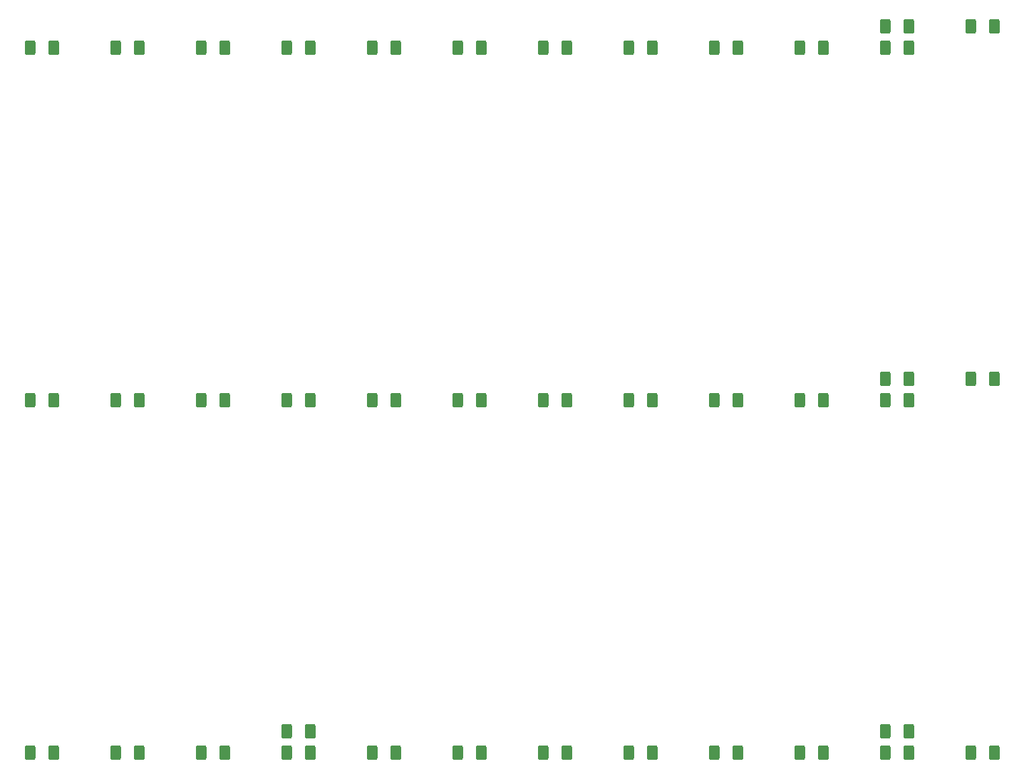
<source format=gbp>
G04 #@! TF.GenerationSoftware,KiCad,Pcbnew,(5.1.2)-2*
G04 #@! TF.CreationDate,2022-11-28T00:10:08+09:00*
G04 #@! TF.ProjectId,manufacture,6d616e75-6661-4637-9475-72652e6b6963,rev?*
G04 #@! TF.SameCoordinates,Original*
G04 #@! TF.FileFunction,Paste,Bot*
G04 #@! TF.FilePolarity,Positive*
%FSLAX46Y46*%
G04 Gerber Fmt 4.6, Leading zero omitted, Abs format (unit mm)*
G04 Created by KiCad (PCBNEW (5.1.2)-2) date 2022-11-28 00:10:08*
%MOMM*%
%LPD*%
G04 APERTURE LIST*
%ADD10C,0.100000*%
%ADD11C,1.250000*%
G04 APERTURE END LIST*
D10*
G36*
X145049504Y-56276204D02*
G01*
X145073773Y-56279804D01*
X145097571Y-56285765D01*
X145120671Y-56294030D01*
X145142849Y-56304520D01*
X145163893Y-56317133D01*
X145183598Y-56331747D01*
X145201777Y-56348223D01*
X145218253Y-56366402D01*
X145232867Y-56386107D01*
X145245480Y-56407151D01*
X145255970Y-56429329D01*
X145264235Y-56452429D01*
X145270196Y-56476227D01*
X145273796Y-56500496D01*
X145275000Y-56525000D01*
X145275000Y-57775000D01*
X145273796Y-57799504D01*
X145270196Y-57823773D01*
X145264235Y-57847571D01*
X145255970Y-57870671D01*
X145245480Y-57892849D01*
X145232867Y-57913893D01*
X145218253Y-57933598D01*
X145201777Y-57951777D01*
X145183598Y-57968253D01*
X145163893Y-57982867D01*
X145142849Y-57995480D01*
X145120671Y-58005970D01*
X145097571Y-58014235D01*
X145073773Y-58020196D01*
X145049504Y-58023796D01*
X145025000Y-58025000D01*
X144275000Y-58025000D01*
X144250496Y-58023796D01*
X144226227Y-58020196D01*
X144202429Y-58014235D01*
X144179329Y-58005970D01*
X144157151Y-57995480D01*
X144136107Y-57982867D01*
X144116402Y-57968253D01*
X144098223Y-57951777D01*
X144081747Y-57933598D01*
X144067133Y-57913893D01*
X144054520Y-57892849D01*
X144044030Y-57870671D01*
X144035765Y-57847571D01*
X144029804Y-57823773D01*
X144026204Y-57799504D01*
X144025000Y-57775000D01*
X144025000Y-56525000D01*
X144026204Y-56500496D01*
X144029804Y-56476227D01*
X144035765Y-56452429D01*
X144044030Y-56429329D01*
X144054520Y-56407151D01*
X144067133Y-56386107D01*
X144081747Y-56366402D01*
X144098223Y-56348223D01*
X144116402Y-56331747D01*
X144136107Y-56317133D01*
X144157151Y-56304520D01*
X144179329Y-56294030D01*
X144202429Y-56285765D01*
X144226227Y-56279804D01*
X144250496Y-56276204D01*
X144275000Y-56275000D01*
X145025000Y-56275000D01*
X145049504Y-56276204D01*
X145049504Y-56276204D01*
G37*
D11*
X144650000Y-57150000D03*
D10*
G36*
X147849504Y-56276204D02*
G01*
X147873773Y-56279804D01*
X147897571Y-56285765D01*
X147920671Y-56294030D01*
X147942849Y-56304520D01*
X147963893Y-56317133D01*
X147983598Y-56331747D01*
X148001777Y-56348223D01*
X148018253Y-56366402D01*
X148032867Y-56386107D01*
X148045480Y-56407151D01*
X148055970Y-56429329D01*
X148064235Y-56452429D01*
X148070196Y-56476227D01*
X148073796Y-56500496D01*
X148075000Y-56525000D01*
X148075000Y-57775000D01*
X148073796Y-57799504D01*
X148070196Y-57823773D01*
X148064235Y-57847571D01*
X148055970Y-57870671D01*
X148045480Y-57892849D01*
X148032867Y-57913893D01*
X148018253Y-57933598D01*
X148001777Y-57951777D01*
X147983598Y-57968253D01*
X147963893Y-57982867D01*
X147942849Y-57995480D01*
X147920671Y-58005970D01*
X147897571Y-58014235D01*
X147873773Y-58020196D01*
X147849504Y-58023796D01*
X147825000Y-58025000D01*
X147075000Y-58025000D01*
X147050496Y-58023796D01*
X147026227Y-58020196D01*
X147002429Y-58014235D01*
X146979329Y-58005970D01*
X146957151Y-57995480D01*
X146936107Y-57982867D01*
X146916402Y-57968253D01*
X146898223Y-57951777D01*
X146881747Y-57933598D01*
X146867133Y-57913893D01*
X146854520Y-57892849D01*
X146844030Y-57870671D01*
X146835765Y-57847571D01*
X146829804Y-57823773D01*
X146826204Y-57799504D01*
X146825000Y-57775000D01*
X146825000Y-56525000D01*
X146826204Y-56500496D01*
X146829804Y-56476227D01*
X146835765Y-56452429D01*
X146844030Y-56429329D01*
X146854520Y-56407151D01*
X146867133Y-56386107D01*
X146881747Y-56366402D01*
X146898223Y-56348223D01*
X146916402Y-56331747D01*
X146936107Y-56317133D01*
X146957151Y-56304520D01*
X146979329Y-56294030D01*
X147002429Y-56285765D01*
X147026227Y-56279804D01*
X147050496Y-56276204D01*
X147075000Y-56275000D01*
X147825000Y-56275000D01*
X147849504Y-56276204D01*
X147849504Y-56276204D01*
G37*
D11*
X147450000Y-57150000D03*
D10*
G36*
X155209504Y-56276204D02*
G01*
X155233773Y-56279804D01*
X155257571Y-56285765D01*
X155280671Y-56294030D01*
X155302849Y-56304520D01*
X155323893Y-56317133D01*
X155343598Y-56331747D01*
X155361777Y-56348223D01*
X155378253Y-56366402D01*
X155392867Y-56386107D01*
X155405480Y-56407151D01*
X155415970Y-56429329D01*
X155424235Y-56452429D01*
X155430196Y-56476227D01*
X155433796Y-56500496D01*
X155435000Y-56525000D01*
X155435000Y-57775000D01*
X155433796Y-57799504D01*
X155430196Y-57823773D01*
X155424235Y-57847571D01*
X155415970Y-57870671D01*
X155405480Y-57892849D01*
X155392867Y-57913893D01*
X155378253Y-57933598D01*
X155361777Y-57951777D01*
X155343598Y-57968253D01*
X155323893Y-57982867D01*
X155302849Y-57995480D01*
X155280671Y-58005970D01*
X155257571Y-58014235D01*
X155233773Y-58020196D01*
X155209504Y-58023796D01*
X155185000Y-58025000D01*
X154435000Y-58025000D01*
X154410496Y-58023796D01*
X154386227Y-58020196D01*
X154362429Y-58014235D01*
X154339329Y-58005970D01*
X154317151Y-57995480D01*
X154296107Y-57982867D01*
X154276402Y-57968253D01*
X154258223Y-57951777D01*
X154241747Y-57933598D01*
X154227133Y-57913893D01*
X154214520Y-57892849D01*
X154204030Y-57870671D01*
X154195765Y-57847571D01*
X154189804Y-57823773D01*
X154186204Y-57799504D01*
X154185000Y-57775000D01*
X154185000Y-56525000D01*
X154186204Y-56500496D01*
X154189804Y-56476227D01*
X154195765Y-56452429D01*
X154204030Y-56429329D01*
X154214520Y-56407151D01*
X154227133Y-56386107D01*
X154241747Y-56366402D01*
X154258223Y-56348223D01*
X154276402Y-56331747D01*
X154296107Y-56317133D01*
X154317151Y-56304520D01*
X154339329Y-56294030D01*
X154362429Y-56285765D01*
X154386227Y-56279804D01*
X154410496Y-56276204D01*
X154435000Y-56275000D01*
X155185000Y-56275000D01*
X155209504Y-56276204D01*
X155209504Y-56276204D01*
G37*
D11*
X154810000Y-57150000D03*
D10*
G36*
X158009504Y-56276204D02*
G01*
X158033773Y-56279804D01*
X158057571Y-56285765D01*
X158080671Y-56294030D01*
X158102849Y-56304520D01*
X158123893Y-56317133D01*
X158143598Y-56331747D01*
X158161777Y-56348223D01*
X158178253Y-56366402D01*
X158192867Y-56386107D01*
X158205480Y-56407151D01*
X158215970Y-56429329D01*
X158224235Y-56452429D01*
X158230196Y-56476227D01*
X158233796Y-56500496D01*
X158235000Y-56525000D01*
X158235000Y-57775000D01*
X158233796Y-57799504D01*
X158230196Y-57823773D01*
X158224235Y-57847571D01*
X158215970Y-57870671D01*
X158205480Y-57892849D01*
X158192867Y-57913893D01*
X158178253Y-57933598D01*
X158161777Y-57951777D01*
X158143598Y-57968253D01*
X158123893Y-57982867D01*
X158102849Y-57995480D01*
X158080671Y-58005970D01*
X158057571Y-58014235D01*
X158033773Y-58020196D01*
X158009504Y-58023796D01*
X157985000Y-58025000D01*
X157235000Y-58025000D01*
X157210496Y-58023796D01*
X157186227Y-58020196D01*
X157162429Y-58014235D01*
X157139329Y-58005970D01*
X157117151Y-57995480D01*
X157096107Y-57982867D01*
X157076402Y-57968253D01*
X157058223Y-57951777D01*
X157041747Y-57933598D01*
X157027133Y-57913893D01*
X157014520Y-57892849D01*
X157004030Y-57870671D01*
X156995765Y-57847571D01*
X156989804Y-57823773D01*
X156986204Y-57799504D01*
X156985000Y-57775000D01*
X156985000Y-56525000D01*
X156986204Y-56500496D01*
X156989804Y-56476227D01*
X156995765Y-56452429D01*
X157004030Y-56429329D01*
X157014520Y-56407151D01*
X157027133Y-56386107D01*
X157041747Y-56366402D01*
X157058223Y-56348223D01*
X157076402Y-56331747D01*
X157096107Y-56317133D01*
X157117151Y-56304520D01*
X157139329Y-56294030D01*
X157162429Y-56285765D01*
X157186227Y-56279804D01*
X157210496Y-56276204D01*
X157235000Y-56275000D01*
X157985000Y-56275000D01*
X158009504Y-56276204D01*
X158009504Y-56276204D01*
G37*
D11*
X157610000Y-57150000D03*
D10*
G36*
X147849504Y-58816204D02*
G01*
X147873773Y-58819804D01*
X147897571Y-58825765D01*
X147920671Y-58834030D01*
X147942849Y-58844520D01*
X147963893Y-58857133D01*
X147983598Y-58871747D01*
X148001777Y-58888223D01*
X148018253Y-58906402D01*
X148032867Y-58926107D01*
X148045480Y-58947151D01*
X148055970Y-58969329D01*
X148064235Y-58992429D01*
X148070196Y-59016227D01*
X148073796Y-59040496D01*
X148075000Y-59065000D01*
X148075000Y-60315000D01*
X148073796Y-60339504D01*
X148070196Y-60363773D01*
X148064235Y-60387571D01*
X148055970Y-60410671D01*
X148045480Y-60432849D01*
X148032867Y-60453893D01*
X148018253Y-60473598D01*
X148001777Y-60491777D01*
X147983598Y-60508253D01*
X147963893Y-60522867D01*
X147942849Y-60535480D01*
X147920671Y-60545970D01*
X147897571Y-60554235D01*
X147873773Y-60560196D01*
X147849504Y-60563796D01*
X147825000Y-60565000D01*
X147075000Y-60565000D01*
X147050496Y-60563796D01*
X147026227Y-60560196D01*
X147002429Y-60554235D01*
X146979329Y-60545970D01*
X146957151Y-60535480D01*
X146936107Y-60522867D01*
X146916402Y-60508253D01*
X146898223Y-60491777D01*
X146881747Y-60473598D01*
X146867133Y-60453893D01*
X146854520Y-60432849D01*
X146844030Y-60410671D01*
X146835765Y-60387571D01*
X146829804Y-60363773D01*
X146826204Y-60339504D01*
X146825000Y-60315000D01*
X146825000Y-59065000D01*
X146826204Y-59040496D01*
X146829804Y-59016227D01*
X146835765Y-58992429D01*
X146844030Y-58969329D01*
X146854520Y-58947151D01*
X146867133Y-58926107D01*
X146881747Y-58906402D01*
X146898223Y-58888223D01*
X146916402Y-58871747D01*
X146936107Y-58857133D01*
X146957151Y-58844520D01*
X146979329Y-58834030D01*
X147002429Y-58825765D01*
X147026227Y-58819804D01*
X147050496Y-58816204D01*
X147075000Y-58815000D01*
X147825000Y-58815000D01*
X147849504Y-58816204D01*
X147849504Y-58816204D01*
G37*
D11*
X147450000Y-59690000D03*
D10*
G36*
X145049504Y-58816204D02*
G01*
X145073773Y-58819804D01*
X145097571Y-58825765D01*
X145120671Y-58834030D01*
X145142849Y-58844520D01*
X145163893Y-58857133D01*
X145183598Y-58871747D01*
X145201777Y-58888223D01*
X145218253Y-58906402D01*
X145232867Y-58926107D01*
X145245480Y-58947151D01*
X145255970Y-58969329D01*
X145264235Y-58992429D01*
X145270196Y-59016227D01*
X145273796Y-59040496D01*
X145275000Y-59065000D01*
X145275000Y-60315000D01*
X145273796Y-60339504D01*
X145270196Y-60363773D01*
X145264235Y-60387571D01*
X145255970Y-60410671D01*
X145245480Y-60432849D01*
X145232867Y-60453893D01*
X145218253Y-60473598D01*
X145201777Y-60491777D01*
X145183598Y-60508253D01*
X145163893Y-60522867D01*
X145142849Y-60535480D01*
X145120671Y-60545970D01*
X145097571Y-60554235D01*
X145073773Y-60560196D01*
X145049504Y-60563796D01*
X145025000Y-60565000D01*
X144275000Y-60565000D01*
X144250496Y-60563796D01*
X144226227Y-60560196D01*
X144202429Y-60554235D01*
X144179329Y-60545970D01*
X144157151Y-60535480D01*
X144136107Y-60522867D01*
X144116402Y-60508253D01*
X144098223Y-60491777D01*
X144081747Y-60473598D01*
X144067133Y-60453893D01*
X144054520Y-60432849D01*
X144044030Y-60410671D01*
X144035765Y-60387571D01*
X144029804Y-60363773D01*
X144026204Y-60339504D01*
X144025000Y-60315000D01*
X144025000Y-59065000D01*
X144026204Y-59040496D01*
X144029804Y-59016227D01*
X144035765Y-58992429D01*
X144044030Y-58969329D01*
X144054520Y-58947151D01*
X144067133Y-58926107D01*
X144081747Y-58906402D01*
X144098223Y-58888223D01*
X144116402Y-58871747D01*
X144136107Y-58857133D01*
X144157151Y-58844520D01*
X144179329Y-58834030D01*
X144202429Y-58825765D01*
X144226227Y-58819804D01*
X144250496Y-58816204D01*
X144275000Y-58815000D01*
X145025000Y-58815000D01*
X145049504Y-58816204D01*
X145049504Y-58816204D01*
G37*
D11*
X144650000Y-59690000D03*
D10*
G36*
X127529504Y-58816204D02*
G01*
X127553773Y-58819804D01*
X127577571Y-58825765D01*
X127600671Y-58834030D01*
X127622849Y-58844520D01*
X127643893Y-58857133D01*
X127663598Y-58871747D01*
X127681777Y-58888223D01*
X127698253Y-58906402D01*
X127712867Y-58926107D01*
X127725480Y-58947151D01*
X127735970Y-58969329D01*
X127744235Y-58992429D01*
X127750196Y-59016227D01*
X127753796Y-59040496D01*
X127755000Y-59065000D01*
X127755000Y-60315000D01*
X127753796Y-60339504D01*
X127750196Y-60363773D01*
X127744235Y-60387571D01*
X127735970Y-60410671D01*
X127725480Y-60432849D01*
X127712867Y-60453893D01*
X127698253Y-60473598D01*
X127681777Y-60491777D01*
X127663598Y-60508253D01*
X127643893Y-60522867D01*
X127622849Y-60535480D01*
X127600671Y-60545970D01*
X127577571Y-60554235D01*
X127553773Y-60560196D01*
X127529504Y-60563796D01*
X127505000Y-60565000D01*
X126755000Y-60565000D01*
X126730496Y-60563796D01*
X126706227Y-60560196D01*
X126682429Y-60554235D01*
X126659329Y-60545970D01*
X126637151Y-60535480D01*
X126616107Y-60522867D01*
X126596402Y-60508253D01*
X126578223Y-60491777D01*
X126561747Y-60473598D01*
X126547133Y-60453893D01*
X126534520Y-60432849D01*
X126524030Y-60410671D01*
X126515765Y-60387571D01*
X126509804Y-60363773D01*
X126506204Y-60339504D01*
X126505000Y-60315000D01*
X126505000Y-59065000D01*
X126506204Y-59040496D01*
X126509804Y-59016227D01*
X126515765Y-58992429D01*
X126524030Y-58969329D01*
X126534520Y-58947151D01*
X126547133Y-58926107D01*
X126561747Y-58906402D01*
X126578223Y-58888223D01*
X126596402Y-58871747D01*
X126616107Y-58857133D01*
X126637151Y-58844520D01*
X126659329Y-58834030D01*
X126682429Y-58825765D01*
X126706227Y-58819804D01*
X126730496Y-58816204D01*
X126755000Y-58815000D01*
X127505000Y-58815000D01*
X127529504Y-58816204D01*
X127529504Y-58816204D01*
G37*
D11*
X127130000Y-59690000D03*
D10*
G36*
X124729504Y-58816204D02*
G01*
X124753773Y-58819804D01*
X124777571Y-58825765D01*
X124800671Y-58834030D01*
X124822849Y-58844520D01*
X124843893Y-58857133D01*
X124863598Y-58871747D01*
X124881777Y-58888223D01*
X124898253Y-58906402D01*
X124912867Y-58926107D01*
X124925480Y-58947151D01*
X124935970Y-58969329D01*
X124944235Y-58992429D01*
X124950196Y-59016227D01*
X124953796Y-59040496D01*
X124955000Y-59065000D01*
X124955000Y-60315000D01*
X124953796Y-60339504D01*
X124950196Y-60363773D01*
X124944235Y-60387571D01*
X124935970Y-60410671D01*
X124925480Y-60432849D01*
X124912867Y-60453893D01*
X124898253Y-60473598D01*
X124881777Y-60491777D01*
X124863598Y-60508253D01*
X124843893Y-60522867D01*
X124822849Y-60535480D01*
X124800671Y-60545970D01*
X124777571Y-60554235D01*
X124753773Y-60560196D01*
X124729504Y-60563796D01*
X124705000Y-60565000D01*
X123955000Y-60565000D01*
X123930496Y-60563796D01*
X123906227Y-60560196D01*
X123882429Y-60554235D01*
X123859329Y-60545970D01*
X123837151Y-60535480D01*
X123816107Y-60522867D01*
X123796402Y-60508253D01*
X123778223Y-60491777D01*
X123761747Y-60473598D01*
X123747133Y-60453893D01*
X123734520Y-60432849D01*
X123724030Y-60410671D01*
X123715765Y-60387571D01*
X123709804Y-60363773D01*
X123706204Y-60339504D01*
X123705000Y-60315000D01*
X123705000Y-59065000D01*
X123706204Y-59040496D01*
X123709804Y-59016227D01*
X123715765Y-58992429D01*
X123724030Y-58969329D01*
X123734520Y-58947151D01*
X123747133Y-58926107D01*
X123761747Y-58906402D01*
X123778223Y-58888223D01*
X123796402Y-58871747D01*
X123816107Y-58857133D01*
X123837151Y-58844520D01*
X123859329Y-58834030D01*
X123882429Y-58825765D01*
X123906227Y-58819804D01*
X123930496Y-58816204D01*
X123955000Y-58815000D01*
X124705000Y-58815000D01*
X124729504Y-58816204D01*
X124729504Y-58816204D01*
G37*
D11*
X124330000Y-59690000D03*
D10*
G36*
X117369504Y-58816204D02*
G01*
X117393773Y-58819804D01*
X117417571Y-58825765D01*
X117440671Y-58834030D01*
X117462849Y-58844520D01*
X117483893Y-58857133D01*
X117503598Y-58871747D01*
X117521777Y-58888223D01*
X117538253Y-58906402D01*
X117552867Y-58926107D01*
X117565480Y-58947151D01*
X117575970Y-58969329D01*
X117584235Y-58992429D01*
X117590196Y-59016227D01*
X117593796Y-59040496D01*
X117595000Y-59065000D01*
X117595000Y-60315000D01*
X117593796Y-60339504D01*
X117590196Y-60363773D01*
X117584235Y-60387571D01*
X117575970Y-60410671D01*
X117565480Y-60432849D01*
X117552867Y-60453893D01*
X117538253Y-60473598D01*
X117521777Y-60491777D01*
X117503598Y-60508253D01*
X117483893Y-60522867D01*
X117462849Y-60535480D01*
X117440671Y-60545970D01*
X117417571Y-60554235D01*
X117393773Y-60560196D01*
X117369504Y-60563796D01*
X117345000Y-60565000D01*
X116595000Y-60565000D01*
X116570496Y-60563796D01*
X116546227Y-60560196D01*
X116522429Y-60554235D01*
X116499329Y-60545970D01*
X116477151Y-60535480D01*
X116456107Y-60522867D01*
X116436402Y-60508253D01*
X116418223Y-60491777D01*
X116401747Y-60473598D01*
X116387133Y-60453893D01*
X116374520Y-60432849D01*
X116364030Y-60410671D01*
X116355765Y-60387571D01*
X116349804Y-60363773D01*
X116346204Y-60339504D01*
X116345000Y-60315000D01*
X116345000Y-59065000D01*
X116346204Y-59040496D01*
X116349804Y-59016227D01*
X116355765Y-58992429D01*
X116364030Y-58969329D01*
X116374520Y-58947151D01*
X116387133Y-58926107D01*
X116401747Y-58906402D01*
X116418223Y-58888223D01*
X116436402Y-58871747D01*
X116456107Y-58857133D01*
X116477151Y-58844520D01*
X116499329Y-58834030D01*
X116522429Y-58825765D01*
X116546227Y-58819804D01*
X116570496Y-58816204D01*
X116595000Y-58815000D01*
X117345000Y-58815000D01*
X117369504Y-58816204D01*
X117369504Y-58816204D01*
G37*
D11*
X116970000Y-59690000D03*
D10*
G36*
X114569504Y-58816204D02*
G01*
X114593773Y-58819804D01*
X114617571Y-58825765D01*
X114640671Y-58834030D01*
X114662849Y-58844520D01*
X114683893Y-58857133D01*
X114703598Y-58871747D01*
X114721777Y-58888223D01*
X114738253Y-58906402D01*
X114752867Y-58926107D01*
X114765480Y-58947151D01*
X114775970Y-58969329D01*
X114784235Y-58992429D01*
X114790196Y-59016227D01*
X114793796Y-59040496D01*
X114795000Y-59065000D01*
X114795000Y-60315000D01*
X114793796Y-60339504D01*
X114790196Y-60363773D01*
X114784235Y-60387571D01*
X114775970Y-60410671D01*
X114765480Y-60432849D01*
X114752867Y-60453893D01*
X114738253Y-60473598D01*
X114721777Y-60491777D01*
X114703598Y-60508253D01*
X114683893Y-60522867D01*
X114662849Y-60535480D01*
X114640671Y-60545970D01*
X114617571Y-60554235D01*
X114593773Y-60560196D01*
X114569504Y-60563796D01*
X114545000Y-60565000D01*
X113795000Y-60565000D01*
X113770496Y-60563796D01*
X113746227Y-60560196D01*
X113722429Y-60554235D01*
X113699329Y-60545970D01*
X113677151Y-60535480D01*
X113656107Y-60522867D01*
X113636402Y-60508253D01*
X113618223Y-60491777D01*
X113601747Y-60473598D01*
X113587133Y-60453893D01*
X113574520Y-60432849D01*
X113564030Y-60410671D01*
X113555765Y-60387571D01*
X113549804Y-60363773D01*
X113546204Y-60339504D01*
X113545000Y-60315000D01*
X113545000Y-59065000D01*
X113546204Y-59040496D01*
X113549804Y-59016227D01*
X113555765Y-58992429D01*
X113564030Y-58969329D01*
X113574520Y-58947151D01*
X113587133Y-58926107D01*
X113601747Y-58906402D01*
X113618223Y-58888223D01*
X113636402Y-58871747D01*
X113656107Y-58857133D01*
X113677151Y-58844520D01*
X113699329Y-58834030D01*
X113722429Y-58825765D01*
X113746227Y-58819804D01*
X113770496Y-58816204D01*
X113795000Y-58815000D01*
X114545000Y-58815000D01*
X114569504Y-58816204D01*
X114569504Y-58816204D01*
G37*
D11*
X114170000Y-59690000D03*
D10*
G36*
X107209504Y-58816204D02*
G01*
X107233773Y-58819804D01*
X107257571Y-58825765D01*
X107280671Y-58834030D01*
X107302849Y-58844520D01*
X107323893Y-58857133D01*
X107343598Y-58871747D01*
X107361777Y-58888223D01*
X107378253Y-58906402D01*
X107392867Y-58926107D01*
X107405480Y-58947151D01*
X107415970Y-58969329D01*
X107424235Y-58992429D01*
X107430196Y-59016227D01*
X107433796Y-59040496D01*
X107435000Y-59065000D01*
X107435000Y-60315000D01*
X107433796Y-60339504D01*
X107430196Y-60363773D01*
X107424235Y-60387571D01*
X107415970Y-60410671D01*
X107405480Y-60432849D01*
X107392867Y-60453893D01*
X107378253Y-60473598D01*
X107361777Y-60491777D01*
X107343598Y-60508253D01*
X107323893Y-60522867D01*
X107302849Y-60535480D01*
X107280671Y-60545970D01*
X107257571Y-60554235D01*
X107233773Y-60560196D01*
X107209504Y-60563796D01*
X107185000Y-60565000D01*
X106435000Y-60565000D01*
X106410496Y-60563796D01*
X106386227Y-60560196D01*
X106362429Y-60554235D01*
X106339329Y-60545970D01*
X106317151Y-60535480D01*
X106296107Y-60522867D01*
X106276402Y-60508253D01*
X106258223Y-60491777D01*
X106241747Y-60473598D01*
X106227133Y-60453893D01*
X106214520Y-60432849D01*
X106204030Y-60410671D01*
X106195765Y-60387571D01*
X106189804Y-60363773D01*
X106186204Y-60339504D01*
X106185000Y-60315000D01*
X106185000Y-59065000D01*
X106186204Y-59040496D01*
X106189804Y-59016227D01*
X106195765Y-58992429D01*
X106204030Y-58969329D01*
X106214520Y-58947151D01*
X106227133Y-58926107D01*
X106241747Y-58906402D01*
X106258223Y-58888223D01*
X106276402Y-58871747D01*
X106296107Y-58857133D01*
X106317151Y-58844520D01*
X106339329Y-58834030D01*
X106362429Y-58825765D01*
X106386227Y-58819804D01*
X106410496Y-58816204D01*
X106435000Y-58815000D01*
X107185000Y-58815000D01*
X107209504Y-58816204D01*
X107209504Y-58816204D01*
G37*
D11*
X106810000Y-59690000D03*
D10*
G36*
X104409504Y-58816204D02*
G01*
X104433773Y-58819804D01*
X104457571Y-58825765D01*
X104480671Y-58834030D01*
X104502849Y-58844520D01*
X104523893Y-58857133D01*
X104543598Y-58871747D01*
X104561777Y-58888223D01*
X104578253Y-58906402D01*
X104592867Y-58926107D01*
X104605480Y-58947151D01*
X104615970Y-58969329D01*
X104624235Y-58992429D01*
X104630196Y-59016227D01*
X104633796Y-59040496D01*
X104635000Y-59065000D01*
X104635000Y-60315000D01*
X104633796Y-60339504D01*
X104630196Y-60363773D01*
X104624235Y-60387571D01*
X104615970Y-60410671D01*
X104605480Y-60432849D01*
X104592867Y-60453893D01*
X104578253Y-60473598D01*
X104561777Y-60491777D01*
X104543598Y-60508253D01*
X104523893Y-60522867D01*
X104502849Y-60535480D01*
X104480671Y-60545970D01*
X104457571Y-60554235D01*
X104433773Y-60560196D01*
X104409504Y-60563796D01*
X104385000Y-60565000D01*
X103635000Y-60565000D01*
X103610496Y-60563796D01*
X103586227Y-60560196D01*
X103562429Y-60554235D01*
X103539329Y-60545970D01*
X103517151Y-60535480D01*
X103496107Y-60522867D01*
X103476402Y-60508253D01*
X103458223Y-60491777D01*
X103441747Y-60473598D01*
X103427133Y-60453893D01*
X103414520Y-60432849D01*
X103404030Y-60410671D01*
X103395765Y-60387571D01*
X103389804Y-60363773D01*
X103386204Y-60339504D01*
X103385000Y-60315000D01*
X103385000Y-59065000D01*
X103386204Y-59040496D01*
X103389804Y-59016227D01*
X103395765Y-58992429D01*
X103404030Y-58969329D01*
X103414520Y-58947151D01*
X103427133Y-58926107D01*
X103441747Y-58906402D01*
X103458223Y-58888223D01*
X103476402Y-58871747D01*
X103496107Y-58857133D01*
X103517151Y-58844520D01*
X103539329Y-58834030D01*
X103562429Y-58825765D01*
X103586227Y-58819804D01*
X103610496Y-58816204D01*
X103635000Y-58815000D01*
X104385000Y-58815000D01*
X104409504Y-58816204D01*
X104409504Y-58816204D01*
G37*
D11*
X104010000Y-59690000D03*
D10*
G36*
X97049504Y-58816204D02*
G01*
X97073773Y-58819804D01*
X97097571Y-58825765D01*
X97120671Y-58834030D01*
X97142849Y-58844520D01*
X97163893Y-58857133D01*
X97183598Y-58871747D01*
X97201777Y-58888223D01*
X97218253Y-58906402D01*
X97232867Y-58926107D01*
X97245480Y-58947151D01*
X97255970Y-58969329D01*
X97264235Y-58992429D01*
X97270196Y-59016227D01*
X97273796Y-59040496D01*
X97275000Y-59065000D01*
X97275000Y-60315000D01*
X97273796Y-60339504D01*
X97270196Y-60363773D01*
X97264235Y-60387571D01*
X97255970Y-60410671D01*
X97245480Y-60432849D01*
X97232867Y-60453893D01*
X97218253Y-60473598D01*
X97201777Y-60491777D01*
X97183598Y-60508253D01*
X97163893Y-60522867D01*
X97142849Y-60535480D01*
X97120671Y-60545970D01*
X97097571Y-60554235D01*
X97073773Y-60560196D01*
X97049504Y-60563796D01*
X97025000Y-60565000D01*
X96275000Y-60565000D01*
X96250496Y-60563796D01*
X96226227Y-60560196D01*
X96202429Y-60554235D01*
X96179329Y-60545970D01*
X96157151Y-60535480D01*
X96136107Y-60522867D01*
X96116402Y-60508253D01*
X96098223Y-60491777D01*
X96081747Y-60473598D01*
X96067133Y-60453893D01*
X96054520Y-60432849D01*
X96044030Y-60410671D01*
X96035765Y-60387571D01*
X96029804Y-60363773D01*
X96026204Y-60339504D01*
X96025000Y-60315000D01*
X96025000Y-59065000D01*
X96026204Y-59040496D01*
X96029804Y-59016227D01*
X96035765Y-58992429D01*
X96044030Y-58969329D01*
X96054520Y-58947151D01*
X96067133Y-58926107D01*
X96081747Y-58906402D01*
X96098223Y-58888223D01*
X96116402Y-58871747D01*
X96136107Y-58857133D01*
X96157151Y-58844520D01*
X96179329Y-58834030D01*
X96202429Y-58825765D01*
X96226227Y-58819804D01*
X96250496Y-58816204D01*
X96275000Y-58815000D01*
X97025000Y-58815000D01*
X97049504Y-58816204D01*
X97049504Y-58816204D01*
G37*
D11*
X96650000Y-59690000D03*
D10*
G36*
X94249504Y-58816204D02*
G01*
X94273773Y-58819804D01*
X94297571Y-58825765D01*
X94320671Y-58834030D01*
X94342849Y-58844520D01*
X94363893Y-58857133D01*
X94383598Y-58871747D01*
X94401777Y-58888223D01*
X94418253Y-58906402D01*
X94432867Y-58926107D01*
X94445480Y-58947151D01*
X94455970Y-58969329D01*
X94464235Y-58992429D01*
X94470196Y-59016227D01*
X94473796Y-59040496D01*
X94475000Y-59065000D01*
X94475000Y-60315000D01*
X94473796Y-60339504D01*
X94470196Y-60363773D01*
X94464235Y-60387571D01*
X94455970Y-60410671D01*
X94445480Y-60432849D01*
X94432867Y-60453893D01*
X94418253Y-60473598D01*
X94401777Y-60491777D01*
X94383598Y-60508253D01*
X94363893Y-60522867D01*
X94342849Y-60535480D01*
X94320671Y-60545970D01*
X94297571Y-60554235D01*
X94273773Y-60560196D01*
X94249504Y-60563796D01*
X94225000Y-60565000D01*
X93475000Y-60565000D01*
X93450496Y-60563796D01*
X93426227Y-60560196D01*
X93402429Y-60554235D01*
X93379329Y-60545970D01*
X93357151Y-60535480D01*
X93336107Y-60522867D01*
X93316402Y-60508253D01*
X93298223Y-60491777D01*
X93281747Y-60473598D01*
X93267133Y-60453893D01*
X93254520Y-60432849D01*
X93244030Y-60410671D01*
X93235765Y-60387571D01*
X93229804Y-60363773D01*
X93226204Y-60339504D01*
X93225000Y-60315000D01*
X93225000Y-59065000D01*
X93226204Y-59040496D01*
X93229804Y-59016227D01*
X93235765Y-58992429D01*
X93244030Y-58969329D01*
X93254520Y-58947151D01*
X93267133Y-58926107D01*
X93281747Y-58906402D01*
X93298223Y-58888223D01*
X93316402Y-58871747D01*
X93336107Y-58857133D01*
X93357151Y-58844520D01*
X93379329Y-58834030D01*
X93402429Y-58825765D01*
X93426227Y-58819804D01*
X93450496Y-58816204D01*
X93475000Y-58815000D01*
X94225000Y-58815000D01*
X94249504Y-58816204D01*
X94249504Y-58816204D01*
G37*
D11*
X93850000Y-59690000D03*
D10*
G36*
X86889504Y-58816204D02*
G01*
X86913773Y-58819804D01*
X86937571Y-58825765D01*
X86960671Y-58834030D01*
X86982849Y-58844520D01*
X87003893Y-58857133D01*
X87023598Y-58871747D01*
X87041777Y-58888223D01*
X87058253Y-58906402D01*
X87072867Y-58926107D01*
X87085480Y-58947151D01*
X87095970Y-58969329D01*
X87104235Y-58992429D01*
X87110196Y-59016227D01*
X87113796Y-59040496D01*
X87115000Y-59065000D01*
X87115000Y-60315000D01*
X87113796Y-60339504D01*
X87110196Y-60363773D01*
X87104235Y-60387571D01*
X87095970Y-60410671D01*
X87085480Y-60432849D01*
X87072867Y-60453893D01*
X87058253Y-60473598D01*
X87041777Y-60491777D01*
X87023598Y-60508253D01*
X87003893Y-60522867D01*
X86982849Y-60535480D01*
X86960671Y-60545970D01*
X86937571Y-60554235D01*
X86913773Y-60560196D01*
X86889504Y-60563796D01*
X86865000Y-60565000D01*
X86115000Y-60565000D01*
X86090496Y-60563796D01*
X86066227Y-60560196D01*
X86042429Y-60554235D01*
X86019329Y-60545970D01*
X85997151Y-60535480D01*
X85976107Y-60522867D01*
X85956402Y-60508253D01*
X85938223Y-60491777D01*
X85921747Y-60473598D01*
X85907133Y-60453893D01*
X85894520Y-60432849D01*
X85884030Y-60410671D01*
X85875765Y-60387571D01*
X85869804Y-60363773D01*
X85866204Y-60339504D01*
X85865000Y-60315000D01*
X85865000Y-59065000D01*
X85866204Y-59040496D01*
X85869804Y-59016227D01*
X85875765Y-58992429D01*
X85884030Y-58969329D01*
X85894520Y-58947151D01*
X85907133Y-58926107D01*
X85921747Y-58906402D01*
X85938223Y-58888223D01*
X85956402Y-58871747D01*
X85976107Y-58857133D01*
X85997151Y-58844520D01*
X86019329Y-58834030D01*
X86042429Y-58825765D01*
X86066227Y-58819804D01*
X86090496Y-58816204D01*
X86115000Y-58815000D01*
X86865000Y-58815000D01*
X86889504Y-58816204D01*
X86889504Y-58816204D01*
G37*
D11*
X86490000Y-59690000D03*
D10*
G36*
X84089504Y-58816204D02*
G01*
X84113773Y-58819804D01*
X84137571Y-58825765D01*
X84160671Y-58834030D01*
X84182849Y-58844520D01*
X84203893Y-58857133D01*
X84223598Y-58871747D01*
X84241777Y-58888223D01*
X84258253Y-58906402D01*
X84272867Y-58926107D01*
X84285480Y-58947151D01*
X84295970Y-58969329D01*
X84304235Y-58992429D01*
X84310196Y-59016227D01*
X84313796Y-59040496D01*
X84315000Y-59065000D01*
X84315000Y-60315000D01*
X84313796Y-60339504D01*
X84310196Y-60363773D01*
X84304235Y-60387571D01*
X84295970Y-60410671D01*
X84285480Y-60432849D01*
X84272867Y-60453893D01*
X84258253Y-60473598D01*
X84241777Y-60491777D01*
X84223598Y-60508253D01*
X84203893Y-60522867D01*
X84182849Y-60535480D01*
X84160671Y-60545970D01*
X84137571Y-60554235D01*
X84113773Y-60560196D01*
X84089504Y-60563796D01*
X84065000Y-60565000D01*
X83315000Y-60565000D01*
X83290496Y-60563796D01*
X83266227Y-60560196D01*
X83242429Y-60554235D01*
X83219329Y-60545970D01*
X83197151Y-60535480D01*
X83176107Y-60522867D01*
X83156402Y-60508253D01*
X83138223Y-60491777D01*
X83121747Y-60473598D01*
X83107133Y-60453893D01*
X83094520Y-60432849D01*
X83084030Y-60410671D01*
X83075765Y-60387571D01*
X83069804Y-60363773D01*
X83066204Y-60339504D01*
X83065000Y-60315000D01*
X83065000Y-59065000D01*
X83066204Y-59040496D01*
X83069804Y-59016227D01*
X83075765Y-58992429D01*
X83084030Y-58969329D01*
X83094520Y-58947151D01*
X83107133Y-58926107D01*
X83121747Y-58906402D01*
X83138223Y-58888223D01*
X83156402Y-58871747D01*
X83176107Y-58857133D01*
X83197151Y-58844520D01*
X83219329Y-58834030D01*
X83242429Y-58825765D01*
X83266227Y-58819804D01*
X83290496Y-58816204D01*
X83315000Y-58815000D01*
X84065000Y-58815000D01*
X84089504Y-58816204D01*
X84089504Y-58816204D01*
G37*
D11*
X83690000Y-59690000D03*
D10*
G36*
X76729504Y-58816204D02*
G01*
X76753773Y-58819804D01*
X76777571Y-58825765D01*
X76800671Y-58834030D01*
X76822849Y-58844520D01*
X76843893Y-58857133D01*
X76863598Y-58871747D01*
X76881777Y-58888223D01*
X76898253Y-58906402D01*
X76912867Y-58926107D01*
X76925480Y-58947151D01*
X76935970Y-58969329D01*
X76944235Y-58992429D01*
X76950196Y-59016227D01*
X76953796Y-59040496D01*
X76955000Y-59065000D01*
X76955000Y-60315000D01*
X76953796Y-60339504D01*
X76950196Y-60363773D01*
X76944235Y-60387571D01*
X76935970Y-60410671D01*
X76925480Y-60432849D01*
X76912867Y-60453893D01*
X76898253Y-60473598D01*
X76881777Y-60491777D01*
X76863598Y-60508253D01*
X76843893Y-60522867D01*
X76822849Y-60535480D01*
X76800671Y-60545970D01*
X76777571Y-60554235D01*
X76753773Y-60560196D01*
X76729504Y-60563796D01*
X76705000Y-60565000D01*
X75955000Y-60565000D01*
X75930496Y-60563796D01*
X75906227Y-60560196D01*
X75882429Y-60554235D01*
X75859329Y-60545970D01*
X75837151Y-60535480D01*
X75816107Y-60522867D01*
X75796402Y-60508253D01*
X75778223Y-60491777D01*
X75761747Y-60473598D01*
X75747133Y-60453893D01*
X75734520Y-60432849D01*
X75724030Y-60410671D01*
X75715765Y-60387571D01*
X75709804Y-60363773D01*
X75706204Y-60339504D01*
X75705000Y-60315000D01*
X75705000Y-59065000D01*
X75706204Y-59040496D01*
X75709804Y-59016227D01*
X75715765Y-58992429D01*
X75724030Y-58969329D01*
X75734520Y-58947151D01*
X75747133Y-58926107D01*
X75761747Y-58906402D01*
X75778223Y-58888223D01*
X75796402Y-58871747D01*
X75816107Y-58857133D01*
X75837151Y-58844520D01*
X75859329Y-58834030D01*
X75882429Y-58825765D01*
X75906227Y-58819804D01*
X75930496Y-58816204D01*
X75955000Y-58815000D01*
X76705000Y-58815000D01*
X76729504Y-58816204D01*
X76729504Y-58816204D01*
G37*
D11*
X76330000Y-59690000D03*
D10*
G36*
X73929504Y-58816204D02*
G01*
X73953773Y-58819804D01*
X73977571Y-58825765D01*
X74000671Y-58834030D01*
X74022849Y-58844520D01*
X74043893Y-58857133D01*
X74063598Y-58871747D01*
X74081777Y-58888223D01*
X74098253Y-58906402D01*
X74112867Y-58926107D01*
X74125480Y-58947151D01*
X74135970Y-58969329D01*
X74144235Y-58992429D01*
X74150196Y-59016227D01*
X74153796Y-59040496D01*
X74155000Y-59065000D01*
X74155000Y-60315000D01*
X74153796Y-60339504D01*
X74150196Y-60363773D01*
X74144235Y-60387571D01*
X74135970Y-60410671D01*
X74125480Y-60432849D01*
X74112867Y-60453893D01*
X74098253Y-60473598D01*
X74081777Y-60491777D01*
X74063598Y-60508253D01*
X74043893Y-60522867D01*
X74022849Y-60535480D01*
X74000671Y-60545970D01*
X73977571Y-60554235D01*
X73953773Y-60560196D01*
X73929504Y-60563796D01*
X73905000Y-60565000D01*
X73155000Y-60565000D01*
X73130496Y-60563796D01*
X73106227Y-60560196D01*
X73082429Y-60554235D01*
X73059329Y-60545970D01*
X73037151Y-60535480D01*
X73016107Y-60522867D01*
X72996402Y-60508253D01*
X72978223Y-60491777D01*
X72961747Y-60473598D01*
X72947133Y-60453893D01*
X72934520Y-60432849D01*
X72924030Y-60410671D01*
X72915765Y-60387571D01*
X72909804Y-60363773D01*
X72906204Y-60339504D01*
X72905000Y-60315000D01*
X72905000Y-59065000D01*
X72906204Y-59040496D01*
X72909804Y-59016227D01*
X72915765Y-58992429D01*
X72924030Y-58969329D01*
X72934520Y-58947151D01*
X72947133Y-58926107D01*
X72961747Y-58906402D01*
X72978223Y-58888223D01*
X72996402Y-58871747D01*
X73016107Y-58857133D01*
X73037151Y-58844520D01*
X73059329Y-58834030D01*
X73082429Y-58825765D01*
X73106227Y-58819804D01*
X73130496Y-58816204D01*
X73155000Y-58815000D01*
X73905000Y-58815000D01*
X73929504Y-58816204D01*
X73929504Y-58816204D01*
G37*
D11*
X73530000Y-59690000D03*
D10*
G36*
X66569504Y-58816204D02*
G01*
X66593773Y-58819804D01*
X66617571Y-58825765D01*
X66640671Y-58834030D01*
X66662849Y-58844520D01*
X66683893Y-58857133D01*
X66703598Y-58871747D01*
X66721777Y-58888223D01*
X66738253Y-58906402D01*
X66752867Y-58926107D01*
X66765480Y-58947151D01*
X66775970Y-58969329D01*
X66784235Y-58992429D01*
X66790196Y-59016227D01*
X66793796Y-59040496D01*
X66795000Y-59065000D01*
X66795000Y-60315000D01*
X66793796Y-60339504D01*
X66790196Y-60363773D01*
X66784235Y-60387571D01*
X66775970Y-60410671D01*
X66765480Y-60432849D01*
X66752867Y-60453893D01*
X66738253Y-60473598D01*
X66721777Y-60491777D01*
X66703598Y-60508253D01*
X66683893Y-60522867D01*
X66662849Y-60535480D01*
X66640671Y-60545970D01*
X66617571Y-60554235D01*
X66593773Y-60560196D01*
X66569504Y-60563796D01*
X66545000Y-60565000D01*
X65795000Y-60565000D01*
X65770496Y-60563796D01*
X65746227Y-60560196D01*
X65722429Y-60554235D01*
X65699329Y-60545970D01*
X65677151Y-60535480D01*
X65656107Y-60522867D01*
X65636402Y-60508253D01*
X65618223Y-60491777D01*
X65601747Y-60473598D01*
X65587133Y-60453893D01*
X65574520Y-60432849D01*
X65564030Y-60410671D01*
X65555765Y-60387571D01*
X65549804Y-60363773D01*
X65546204Y-60339504D01*
X65545000Y-60315000D01*
X65545000Y-59065000D01*
X65546204Y-59040496D01*
X65549804Y-59016227D01*
X65555765Y-58992429D01*
X65564030Y-58969329D01*
X65574520Y-58947151D01*
X65587133Y-58926107D01*
X65601747Y-58906402D01*
X65618223Y-58888223D01*
X65636402Y-58871747D01*
X65656107Y-58857133D01*
X65677151Y-58844520D01*
X65699329Y-58834030D01*
X65722429Y-58825765D01*
X65746227Y-58819804D01*
X65770496Y-58816204D01*
X65795000Y-58815000D01*
X66545000Y-58815000D01*
X66569504Y-58816204D01*
X66569504Y-58816204D01*
G37*
D11*
X66170000Y-59690000D03*
D10*
G36*
X63769504Y-58816204D02*
G01*
X63793773Y-58819804D01*
X63817571Y-58825765D01*
X63840671Y-58834030D01*
X63862849Y-58844520D01*
X63883893Y-58857133D01*
X63903598Y-58871747D01*
X63921777Y-58888223D01*
X63938253Y-58906402D01*
X63952867Y-58926107D01*
X63965480Y-58947151D01*
X63975970Y-58969329D01*
X63984235Y-58992429D01*
X63990196Y-59016227D01*
X63993796Y-59040496D01*
X63995000Y-59065000D01*
X63995000Y-60315000D01*
X63993796Y-60339504D01*
X63990196Y-60363773D01*
X63984235Y-60387571D01*
X63975970Y-60410671D01*
X63965480Y-60432849D01*
X63952867Y-60453893D01*
X63938253Y-60473598D01*
X63921777Y-60491777D01*
X63903598Y-60508253D01*
X63883893Y-60522867D01*
X63862849Y-60535480D01*
X63840671Y-60545970D01*
X63817571Y-60554235D01*
X63793773Y-60560196D01*
X63769504Y-60563796D01*
X63745000Y-60565000D01*
X62995000Y-60565000D01*
X62970496Y-60563796D01*
X62946227Y-60560196D01*
X62922429Y-60554235D01*
X62899329Y-60545970D01*
X62877151Y-60535480D01*
X62856107Y-60522867D01*
X62836402Y-60508253D01*
X62818223Y-60491777D01*
X62801747Y-60473598D01*
X62787133Y-60453893D01*
X62774520Y-60432849D01*
X62764030Y-60410671D01*
X62755765Y-60387571D01*
X62749804Y-60363773D01*
X62746204Y-60339504D01*
X62745000Y-60315000D01*
X62745000Y-59065000D01*
X62746204Y-59040496D01*
X62749804Y-59016227D01*
X62755765Y-58992429D01*
X62764030Y-58969329D01*
X62774520Y-58947151D01*
X62787133Y-58926107D01*
X62801747Y-58906402D01*
X62818223Y-58888223D01*
X62836402Y-58871747D01*
X62856107Y-58857133D01*
X62877151Y-58844520D01*
X62899329Y-58834030D01*
X62922429Y-58825765D01*
X62946227Y-58819804D01*
X62970496Y-58816204D01*
X62995000Y-58815000D01*
X63745000Y-58815000D01*
X63769504Y-58816204D01*
X63769504Y-58816204D01*
G37*
D11*
X63370000Y-59690000D03*
D10*
G36*
X56409504Y-58816204D02*
G01*
X56433773Y-58819804D01*
X56457571Y-58825765D01*
X56480671Y-58834030D01*
X56502849Y-58844520D01*
X56523893Y-58857133D01*
X56543598Y-58871747D01*
X56561777Y-58888223D01*
X56578253Y-58906402D01*
X56592867Y-58926107D01*
X56605480Y-58947151D01*
X56615970Y-58969329D01*
X56624235Y-58992429D01*
X56630196Y-59016227D01*
X56633796Y-59040496D01*
X56635000Y-59065000D01*
X56635000Y-60315000D01*
X56633796Y-60339504D01*
X56630196Y-60363773D01*
X56624235Y-60387571D01*
X56615970Y-60410671D01*
X56605480Y-60432849D01*
X56592867Y-60453893D01*
X56578253Y-60473598D01*
X56561777Y-60491777D01*
X56543598Y-60508253D01*
X56523893Y-60522867D01*
X56502849Y-60535480D01*
X56480671Y-60545970D01*
X56457571Y-60554235D01*
X56433773Y-60560196D01*
X56409504Y-60563796D01*
X56385000Y-60565000D01*
X55635000Y-60565000D01*
X55610496Y-60563796D01*
X55586227Y-60560196D01*
X55562429Y-60554235D01*
X55539329Y-60545970D01*
X55517151Y-60535480D01*
X55496107Y-60522867D01*
X55476402Y-60508253D01*
X55458223Y-60491777D01*
X55441747Y-60473598D01*
X55427133Y-60453893D01*
X55414520Y-60432849D01*
X55404030Y-60410671D01*
X55395765Y-60387571D01*
X55389804Y-60363773D01*
X55386204Y-60339504D01*
X55385000Y-60315000D01*
X55385000Y-59065000D01*
X55386204Y-59040496D01*
X55389804Y-59016227D01*
X55395765Y-58992429D01*
X55404030Y-58969329D01*
X55414520Y-58947151D01*
X55427133Y-58926107D01*
X55441747Y-58906402D01*
X55458223Y-58888223D01*
X55476402Y-58871747D01*
X55496107Y-58857133D01*
X55517151Y-58844520D01*
X55539329Y-58834030D01*
X55562429Y-58825765D01*
X55586227Y-58819804D01*
X55610496Y-58816204D01*
X55635000Y-58815000D01*
X56385000Y-58815000D01*
X56409504Y-58816204D01*
X56409504Y-58816204D01*
G37*
D11*
X56010000Y-59690000D03*
D10*
G36*
X53609504Y-58816204D02*
G01*
X53633773Y-58819804D01*
X53657571Y-58825765D01*
X53680671Y-58834030D01*
X53702849Y-58844520D01*
X53723893Y-58857133D01*
X53743598Y-58871747D01*
X53761777Y-58888223D01*
X53778253Y-58906402D01*
X53792867Y-58926107D01*
X53805480Y-58947151D01*
X53815970Y-58969329D01*
X53824235Y-58992429D01*
X53830196Y-59016227D01*
X53833796Y-59040496D01*
X53835000Y-59065000D01*
X53835000Y-60315000D01*
X53833796Y-60339504D01*
X53830196Y-60363773D01*
X53824235Y-60387571D01*
X53815970Y-60410671D01*
X53805480Y-60432849D01*
X53792867Y-60453893D01*
X53778253Y-60473598D01*
X53761777Y-60491777D01*
X53743598Y-60508253D01*
X53723893Y-60522867D01*
X53702849Y-60535480D01*
X53680671Y-60545970D01*
X53657571Y-60554235D01*
X53633773Y-60560196D01*
X53609504Y-60563796D01*
X53585000Y-60565000D01*
X52835000Y-60565000D01*
X52810496Y-60563796D01*
X52786227Y-60560196D01*
X52762429Y-60554235D01*
X52739329Y-60545970D01*
X52717151Y-60535480D01*
X52696107Y-60522867D01*
X52676402Y-60508253D01*
X52658223Y-60491777D01*
X52641747Y-60473598D01*
X52627133Y-60453893D01*
X52614520Y-60432849D01*
X52604030Y-60410671D01*
X52595765Y-60387571D01*
X52589804Y-60363773D01*
X52586204Y-60339504D01*
X52585000Y-60315000D01*
X52585000Y-59065000D01*
X52586204Y-59040496D01*
X52589804Y-59016227D01*
X52595765Y-58992429D01*
X52604030Y-58969329D01*
X52614520Y-58947151D01*
X52627133Y-58926107D01*
X52641747Y-58906402D01*
X52658223Y-58888223D01*
X52676402Y-58871747D01*
X52696107Y-58857133D01*
X52717151Y-58844520D01*
X52739329Y-58834030D01*
X52762429Y-58825765D01*
X52786227Y-58819804D01*
X52810496Y-58816204D01*
X52835000Y-58815000D01*
X53585000Y-58815000D01*
X53609504Y-58816204D01*
X53609504Y-58816204D01*
G37*
D11*
X53210000Y-59690000D03*
D10*
G36*
X46249504Y-58816204D02*
G01*
X46273773Y-58819804D01*
X46297571Y-58825765D01*
X46320671Y-58834030D01*
X46342849Y-58844520D01*
X46363893Y-58857133D01*
X46383598Y-58871747D01*
X46401777Y-58888223D01*
X46418253Y-58906402D01*
X46432867Y-58926107D01*
X46445480Y-58947151D01*
X46455970Y-58969329D01*
X46464235Y-58992429D01*
X46470196Y-59016227D01*
X46473796Y-59040496D01*
X46475000Y-59065000D01*
X46475000Y-60315000D01*
X46473796Y-60339504D01*
X46470196Y-60363773D01*
X46464235Y-60387571D01*
X46455970Y-60410671D01*
X46445480Y-60432849D01*
X46432867Y-60453893D01*
X46418253Y-60473598D01*
X46401777Y-60491777D01*
X46383598Y-60508253D01*
X46363893Y-60522867D01*
X46342849Y-60535480D01*
X46320671Y-60545970D01*
X46297571Y-60554235D01*
X46273773Y-60560196D01*
X46249504Y-60563796D01*
X46225000Y-60565000D01*
X45475000Y-60565000D01*
X45450496Y-60563796D01*
X45426227Y-60560196D01*
X45402429Y-60554235D01*
X45379329Y-60545970D01*
X45357151Y-60535480D01*
X45336107Y-60522867D01*
X45316402Y-60508253D01*
X45298223Y-60491777D01*
X45281747Y-60473598D01*
X45267133Y-60453893D01*
X45254520Y-60432849D01*
X45244030Y-60410671D01*
X45235765Y-60387571D01*
X45229804Y-60363773D01*
X45226204Y-60339504D01*
X45225000Y-60315000D01*
X45225000Y-59065000D01*
X45226204Y-59040496D01*
X45229804Y-59016227D01*
X45235765Y-58992429D01*
X45244030Y-58969329D01*
X45254520Y-58947151D01*
X45267133Y-58926107D01*
X45281747Y-58906402D01*
X45298223Y-58888223D01*
X45316402Y-58871747D01*
X45336107Y-58857133D01*
X45357151Y-58844520D01*
X45379329Y-58834030D01*
X45402429Y-58825765D01*
X45426227Y-58819804D01*
X45450496Y-58816204D01*
X45475000Y-58815000D01*
X46225000Y-58815000D01*
X46249504Y-58816204D01*
X46249504Y-58816204D01*
G37*
D11*
X45850000Y-59690000D03*
D10*
G36*
X43449504Y-58816204D02*
G01*
X43473773Y-58819804D01*
X43497571Y-58825765D01*
X43520671Y-58834030D01*
X43542849Y-58844520D01*
X43563893Y-58857133D01*
X43583598Y-58871747D01*
X43601777Y-58888223D01*
X43618253Y-58906402D01*
X43632867Y-58926107D01*
X43645480Y-58947151D01*
X43655970Y-58969329D01*
X43664235Y-58992429D01*
X43670196Y-59016227D01*
X43673796Y-59040496D01*
X43675000Y-59065000D01*
X43675000Y-60315000D01*
X43673796Y-60339504D01*
X43670196Y-60363773D01*
X43664235Y-60387571D01*
X43655970Y-60410671D01*
X43645480Y-60432849D01*
X43632867Y-60453893D01*
X43618253Y-60473598D01*
X43601777Y-60491777D01*
X43583598Y-60508253D01*
X43563893Y-60522867D01*
X43542849Y-60535480D01*
X43520671Y-60545970D01*
X43497571Y-60554235D01*
X43473773Y-60560196D01*
X43449504Y-60563796D01*
X43425000Y-60565000D01*
X42675000Y-60565000D01*
X42650496Y-60563796D01*
X42626227Y-60560196D01*
X42602429Y-60554235D01*
X42579329Y-60545970D01*
X42557151Y-60535480D01*
X42536107Y-60522867D01*
X42516402Y-60508253D01*
X42498223Y-60491777D01*
X42481747Y-60473598D01*
X42467133Y-60453893D01*
X42454520Y-60432849D01*
X42444030Y-60410671D01*
X42435765Y-60387571D01*
X42429804Y-60363773D01*
X42426204Y-60339504D01*
X42425000Y-60315000D01*
X42425000Y-59065000D01*
X42426204Y-59040496D01*
X42429804Y-59016227D01*
X42435765Y-58992429D01*
X42444030Y-58969329D01*
X42454520Y-58947151D01*
X42467133Y-58926107D01*
X42481747Y-58906402D01*
X42498223Y-58888223D01*
X42516402Y-58871747D01*
X42536107Y-58857133D01*
X42557151Y-58844520D01*
X42579329Y-58834030D01*
X42602429Y-58825765D01*
X42626227Y-58819804D01*
X42650496Y-58816204D01*
X42675000Y-58815000D01*
X43425000Y-58815000D01*
X43449504Y-58816204D01*
X43449504Y-58816204D01*
G37*
D11*
X43050000Y-59690000D03*
D10*
G36*
X137689504Y-58816204D02*
G01*
X137713773Y-58819804D01*
X137737571Y-58825765D01*
X137760671Y-58834030D01*
X137782849Y-58844520D01*
X137803893Y-58857133D01*
X137823598Y-58871747D01*
X137841777Y-58888223D01*
X137858253Y-58906402D01*
X137872867Y-58926107D01*
X137885480Y-58947151D01*
X137895970Y-58969329D01*
X137904235Y-58992429D01*
X137910196Y-59016227D01*
X137913796Y-59040496D01*
X137915000Y-59065000D01*
X137915000Y-60315000D01*
X137913796Y-60339504D01*
X137910196Y-60363773D01*
X137904235Y-60387571D01*
X137895970Y-60410671D01*
X137885480Y-60432849D01*
X137872867Y-60453893D01*
X137858253Y-60473598D01*
X137841777Y-60491777D01*
X137823598Y-60508253D01*
X137803893Y-60522867D01*
X137782849Y-60535480D01*
X137760671Y-60545970D01*
X137737571Y-60554235D01*
X137713773Y-60560196D01*
X137689504Y-60563796D01*
X137665000Y-60565000D01*
X136915000Y-60565000D01*
X136890496Y-60563796D01*
X136866227Y-60560196D01*
X136842429Y-60554235D01*
X136819329Y-60545970D01*
X136797151Y-60535480D01*
X136776107Y-60522867D01*
X136756402Y-60508253D01*
X136738223Y-60491777D01*
X136721747Y-60473598D01*
X136707133Y-60453893D01*
X136694520Y-60432849D01*
X136684030Y-60410671D01*
X136675765Y-60387571D01*
X136669804Y-60363773D01*
X136666204Y-60339504D01*
X136665000Y-60315000D01*
X136665000Y-59065000D01*
X136666204Y-59040496D01*
X136669804Y-59016227D01*
X136675765Y-58992429D01*
X136684030Y-58969329D01*
X136694520Y-58947151D01*
X136707133Y-58926107D01*
X136721747Y-58906402D01*
X136738223Y-58888223D01*
X136756402Y-58871747D01*
X136776107Y-58857133D01*
X136797151Y-58844520D01*
X136819329Y-58834030D01*
X136842429Y-58825765D01*
X136866227Y-58819804D01*
X136890496Y-58816204D01*
X136915000Y-58815000D01*
X137665000Y-58815000D01*
X137689504Y-58816204D01*
X137689504Y-58816204D01*
G37*
D11*
X137290000Y-59690000D03*
D10*
G36*
X134889504Y-58816204D02*
G01*
X134913773Y-58819804D01*
X134937571Y-58825765D01*
X134960671Y-58834030D01*
X134982849Y-58844520D01*
X135003893Y-58857133D01*
X135023598Y-58871747D01*
X135041777Y-58888223D01*
X135058253Y-58906402D01*
X135072867Y-58926107D01*
X135085480Y-58947151D01*
X135095970Y-58969329D01*
X135104235Y-58992429D01*
X135110196Y-59016227D01*
X135113796Y-59040496D01*
X135115000Y-59065000D01*
X135115000Y-60315000D01*
X135113796Y-60339504D01*
X135110196Y-60363773D01*
X135104235Y-60387571D01*
X135095970Y-60410671D01*
X135085480Y-60432849D01*
X135072867Y-60453893D01*
X135058253Y-60473598D01*
X135041777Y-60491777D01*
X135023598Y-60508253D01*
X135003893Y-60522867D01*
X134982849Y-60535480D01*
X134960671Y-60545970D01*
X134937571Y-60554235D01*
X134913773Y-60560196D01*
X134889504Y-60563796D01*
X134865000Y-60565000D01*
X134115000Y-60565000D01*
X134090496Y-60563796D01*
X134066227Y-60560196D01*
X134042429Y-60554235D01*
X134019329Y-60545970D01*
X133997151Y-60535480D01*
X133976107Y-60522867D01*
X133956402Y-60508253D01*
X133938223Y-60491777D01*
X133921747Y-60473598D01*
X133907133Y-60453893D01*
X133894520Y-60432849D01*
X133884030Y-60410671D01*
X133875765Y-60387571D01*
X133869804Y-60363773D01*
X133866204Y-60339504D01*
X133865000Y-60315000D01*
X133865000Y-59065000D01*
X133866204Y-59040496D01*
X133869804Y-59016227D01*
X133875765Y-58992429D01*
X133884030Y-58969329D01*
X133894520Y-58947151D01*
X133907133Y-58926107D01*
X133921747Y-58906402D01*
X133938223Y-58888223D01*
X133956402Y-58871747D01*
X133976107Y-58857133D01*
X133997151Y-58844520D01*
X134019329Y-58834030D01*
X134042429Y-58825765D01*
X134066227Y-58819804D01*
X134090496Y-58816204D01*
X134115000Y-58815000D01*
X134865000Y-58815000D01*
X134889504Y-58816204D01*
X134889504Y-58816204D01*
G37*
D11*
X134490000Y-59690000D03*
D10*
G36*
X145049504Y-98186204D02*
G01*
X145073773Y-98189804D01*
X145097571Y-98195765D01*
X145120671Y-98204030D01*
X145142849Y-98214520D01*
X145163893Y-98227133D01*
X145183598Y-98241747D01*
X145201777Y-98258223D01*
X145218253Y-98276402D01*
X145232867Y-98296107D01*
X145245480Y-98317151D01*
X145255970Y-98339329D01*
X145264235Y-98362429D01*
X145270196Y-98386227D01*
X145273796Y-98410496D01*
X145275000Y-98435000D01*
X145275000Y-99685000D01*
X145273796Y-99709504D01*
X145270196Y-99733773D01*
X145264235Y-99757571D01*
X145255970Y-99780671D01*
X145245480Y-99802849D01*
X145232867Y-99823893D01*
X145218253Y-99843598D01*
X145201777Y-99861777D01*
X145183598Y-99878253D01*
X145163893Y-99892867D01*
X145142849Y-99905480D01*
X145120671Y-99915970D01*
X145097571Y-99924235D01*
X145073773Y-99930196D01*
X145049504Y-99933796D01*
X145025000Y-99935000D01*
X144275000Y-99935000D01*
X144250496Y-99933796D01*
X144226227Y-99930196D01*
X144202429Y-99924235D01*
X144179329Y-99915970D01*
X144157151Y-99905480D01*
X144136107Y-99892867D01*
X144116402Y-99878253D01*
X144098223Y-99861777D01*
X144081747Y-99843598D01*
X144067133Y-99823893D01*
X144054520Y-99802849D01*
X144044030Y-99780671D01*
X144035765Y-99757571D01*
X144029804Y-99733773D01*
X144026204Y-99709504D01*
X144025000Y-99685000D01*
X144025000Y-98435000D01*
X144026204Y-98410496D01*
X144029804Y-98386227D01*
X144035765Y-98362429D01*
X144044030Y-98339329D01*
X144054520Y-98317151D01*
X144067133Y-98296107D01*
X144081747Y-98276402D01*
X144098223Y-98258223D01*
X144116402Y-98241747D01*
X144136107Y-98227133D01*
X144157151Y-98214520D01*
X144179329Y-98204030D01*
X144202429Y-98195765D01*
X144226227Y-98189804D01*
X144250496Y-98186204D01*
X144275000Y-98185000D01*
X145025000Y-98185000D01*
X145049504Y-98186204D01*
X145049504Y-98186204D01*
G37*
D11*
X144650000Y-99060000D03*
D10*
G36*
X147849504Y-98186204D02*
G01*
X147873773Y-98189804D01*
X147897571Y-98195765D01*
X147920671Y-98204030D01*
X147942849Y-98214520D01*
X147963893Y-98227133D01*
X147983598Y-98241747D01*
X148001777Y-98258223D01*
X148018253Y-98276402D01*
X148032867Y-98296107D01*
X148045480Y-98317151D01*
X148055970Y-98339329D01*
X148064235Y-98362429D01*
X148070196Y-98386227D01*
X148073796Y-98410496D01*
X148075000Y-98435000D01*
X148075000Y-99685000D01*
X148073796Y-99709504D01*
X148070196Y-99733773D01*
X148064235Y-99757571D01*
X148055970Y-99780671D01*
X148045480Y-99802849D01*
X148032867Y-99823893D01*
X148018253Y-99843598D01*
X148001777Y-99861777D01*
X147983598Y-99878253D01*
X147963893Y-99892867D01*
X147942849Y-99905480D01*
X147920671Y-99915970D01*
X147897571Y-99924235D01*
X147873773Y-99930196D01*
X147849504Y-99933796D01*
X147825000Y-99935000D01*
X147075000Y-99935000D01*
X147050496Y-99933796D01*
X147026227Y-99930196D01*
X147002429Y-99924235D01*
X146979329Y-99915970D01*
X146957151Y-99905480D01*
X146936107Y-99892867D01*
X146916402Y-99878253D01*
X146898223Y-99861777D01*
X146881747Y-99843598D01*
X146867133Y-99823893D01*
X146854520Y-99802849D01*
X146844030Y-99780671D01*
X146835765Y-99757571D01*
X146829804Y-99733773D01*
X146826204Y-99709504D01*
X146825000Y-99685000D01*
X146825000Y-98435000D01*
X146826204Y-98410496D01*
X146829804Y-98386227D01*
X146835765Y-98362429D01*
X146844030Y-98339329D01*
X146854520Y-98317151D01*
X146867133Y-98296107D01*
X146881747Y-98276402D01*
X146898223Y-98258223D01*
X146916402Y-98241747D01*
X146936107Y-98227133D01*
X146957151Y-98214520D01*
X146979329Y-98204030D01*
X147002429Y-98195765D01*
X147026227Y-98189804D01*
X147050496Y-98186204D01*
X147075000Y-98185000D01*
X147825000Y-98185000D01*
X147849504Y-98186204D01*
X147849504Y-98186204D01*
G37*
D11*
X147450000Y-99060000D03*
D10*
G36*
X155209504Y-98186204D02*
G01*
X155233773Y-98189804D01*
X155257571Y-98195765D01*
X155280671Y-98204030D01*
X155302849Y-98214520D01*
X155323893Y-98227133D01*
X155343598Y-98241747D01*
X155361777Y-98258223D01*
X155378253Y-98276402D01*
X155392867Y-98296107D01*
X155405480Y-98317151D01*
X155415970Y-98339329D01*
X155424235Y-98362429D01*
X155430196Y-98386227D01*
X155433796Y-98410496D01*
X155435000Y-98435000D01*
X155435000Y-99685000D01*
X155433796Y-99709504D01*
X155430196Y-99733773D01*
X155424235Y-99757571D01*
X155415970Y-99780671D01*
X155405480Y-99802849D01*
X155392867Y-99823893D01*
X155378253Y-99843598D01*
X155361777Y-99861777D01*
X155343598Y-99878253D01*
X155323893Y-99892867D01*
X155302849Y-99905480D01*
X155280671Y-99915970D01*
X155257571Y-99924235D01*
X155233773Y-99930196D01*
X155209504Y-99933796D01*
X155185000Y-99935000D01*
X154435000Y-99935000D01*
X154410496Y-99933796D01*
X154386227Y-99930196D01*
X154362429Y-99924235D01*
X154339329Y-99915970D01*
X154317151Y-99905480D01*
X154296107Y-99892867D01*
X154276402Y-99878253D01*
X154258223Y-99861777D01*
X154241747Y-99843598D01*
X154227133Y-99823893D01*
X154214520Y-99802849D01*
X154204030Y-99780671D01*
X154195765Y-99757571D01*
X154189804Y-99733773D01*
X154186204Y-99709504D01*
X154185000Y-99685000D01*
X154185000Y-98435000D01*
X154186204Y-98410496D01*
X154189804Y-98386227D01*
X154195765Y-98362429D01*
X154204030Y-98339329D01*
X154214520Y-98317151D01*
X154227133Y-98296107D01*
X154241747Y-98276402D01*
X154258223Y-98258223D01*
X154276402Y-98241747D01*
X154296107Y-98227133D01*
X154317151Y-98214520D01*
X154339329Y-98204030D01*
X154362429Y-98195765D01*
X154386227Y-98189804D01*
X154410496Y-98186204D01*
X154435000Y-98185000D01*
X155185000Y-98185000D01*
X155209504Y-98186204D01*
X155209504Y-98186204D01*
G37*
D11*
X154810000Y-99060000D03*
D10*
G36*
X158009504Y-98186204D02*
G01*
X158033773Y-98189804D01*
X158057571Y-98195765D01*
X158080671Y-98204030D01*
X158102849Y-98214520D01*
X158123893Y-98227133D01*
X158143598Y-98241747D01*
X158161777Y-98258223D01*
X158178253Y-98276402D01*
X158192867Y-98296107D01*
X158205480Y-98317151D01*
X158215970Y-98339329D01*
X158224235Y-98362429D01*
X158230196Y-98386227D01*
X158233796Y-98410496D01*
X158235000Y-98435000D01*
X158235000Y-99685000D01*
X158233796Y-99709504D01*
X158230196Y-99733773D01*
X158224235Y-99757571D01*
X158215970Y-99780671D01*
X158205480Y-99802849D01*
X158192867Y-99823893D01*
X158178253Y-99843598D01*
X158161777Y-99861777D01*
X158143598Y-99878253D01*
X158123893Y-99892867D01*
X158102849Y-99905480D01*
X158080671Y-99915970D01*
X158057571Y-99924235D01*
X158033773Y-99930196D01*
X158009504Y-99933796D01*
X157985000Y-99935000D01*
X157235000Y-99935000D01*
X157210496Y-99933796D01*
X157186227Y-99930196D01*
X157162429Y-99924235D01*
X157139329Y-99915970D01*
X157117151Y-99905480D01*
X157096107Y-99892867D01*
X157076402Y-99878253D01*
X157058223Y-99861777D01*
X157041747Y-99843598D01*
X157027133Y-99823893D01*
X157014520Y-99802849D01*
X157004030Y-99780671D01*
X156995765Y-99757571D01*
X156989804Y-99733773D01*
X156986204Y-99709504D01*
X156985000Y-99685000D01*
X156985000Y-98435000D01*
X156986204Y-98410496D01*
X156989804Y-98386227D01*
X156995765Y-98362429D01*
X157004030Y-98339329D01*
X157014520Y-98317151D01*
X157027133Y-98296107D01*
X157041747Y-98276402D01*
X157058223Y-98258223D01*
X157076402Y-98241747D01*
X157096107Y-98227133D01*
X157117151Y-98214520D01*
X157139329Y-98204030D01*
X157162429Y-98195765D01*
X157186227Y-98189804D01*
X157210496Y-98186204D01*
X157235000Y-98185000D01*
X157985000Y-98185000D01*
X158009504Y-98186204D01*
X158009504Y-98186204D01*
G37*
D11*
X157610000Y-99060000D03*
D10*
G36*
X147849504Y-100726204D02*
G01*
X147873773Y-100729804D01*
X147897571Y-100735765D01*
X147920671Y-100744030D01*
X147942849Y-100754520D01*
X147963893Y-100767133D01*
X147983598Y-100781747D01*
X148001777Y-100798223D01*
X148018253Y-100816402D01*
X148032867Y-100836107D01*
X148045480Y-100857151D01*
X148055970Y-100879329D01*
X148064235Y-100902429D01*
X148070196Y-100926227D01*
X148073796Y-100950496D01*
X148075000Y-100975000D01*
X148075000Y-102225000D01*
X148073796Y-102249504D01*
X148070196Y-102273773D01*
X148064235Y-102297571D01*
X148055970Y-102320671D01*
X148045480Y-102342849D01*
X148032867Y-102363893D01*
X148018253Y-102383598D01*
X148001777Y-102401777D01*
X147983598Y-102418253D01*
X147963893Y-102432867D01*
X147942849Y-102445480D01*
X147920671Y-102455970D01*
X147897571Y-102464235D01*
X147873773Y-102470196D01*
X147849504Y-102473796D01*
X147825000Y-102475000D01*
X147075000Y-102475000D01*
X147050496Y-102473796D01*
X147026227Y-102470196D01*
X147002429Y-102464235D01*
X146979329Y-102455970D01*
X146957151Y-102445480D01*
X146936107Y-102432867D01*
X146916402Y-102418253D01*
X146898223Y-102401777D01*
X146881747Y-102383598D01*
X146867133Y-102363893D01*
X146854520Y-102342849D01*
X146844030Y-102320671D01*
X146835765Y-102297571D01*
X146829804Y-102273773D01*
X146826204Y-102249504D01*
X146825000Y-102225000D01*
X146825000Y-100975000D01*
X146826204Y-100950496D01*
X146829804Y-100926227D01*
X146835765Y-100902429D01*
X146844030Y-100879329D01*
X146854520Y-100857151D01*
X146867133Y-100836107D01*
X146881747Y-100816402D01*
X146898223Y-100798223D01*
X146916402Y-100781747D01*
X146936107Y-100767133D01*
X146957151Y-100754520D01*
X146979329Y-100744030D01*
X147002429Y-100735765D01*
X147026227Y-100729804D01*
X147050496Y-100726204D01*
X147075000Y-100725000D01*
X147825000Y-100725000D01*
X147849504Y-100726204D01*
X147849504Y-100726204D01*
G37*
D11*
X147450000Y-101600000D03*
D10*
G36*
X145049504Y-100726204D02*
G01*
X145073773Y-100729804D01*
X145097571Y-100735765D01*
X145120671Y-100744030D01*
X145142849Y-100754520D01*
X145163893Y-100767133D01*
X145183598Y-100781747D01*
X145201777Y-100798223D01*
X145218253Y-100816402D01*
X145232867Y-100836107D01*
X145245480Y-100857151D01*
X145255970Y-100879329D01*
X145264235Y-100902429D01*
X145270196Y-100926227D01*
X145273796Y-100950496D01*
X145275000Y-100975000D01*
X145275000Y-102225000D01*
X145273796Y-102249504D01*
X145270196Y-102273773D01*
X145264235Y-102297571D01*
X145255970Y-102320671D01*
X145245480Y-102342849D01*
X145232867Y-102363893D01*
X145218253Y-102383598D01*
X145201777Y-102401777D01*
X145183598Y-102418253D01*
X145163893Y-102432867D01*
X145142849Y-102445480D01*
X145120671Y-102455970D01*
X145097571Y-102464235D01*
X145073773Y-102470196D01*
X145049504Y-102473796D01*
X145025000Y-102475000D01*
X144275000Y-102475000D01*
X144250496Y-102473796D01*
X144226227Y-102470196D01*
X144202429Y-102464235D01*
X144179329Y-102455970D01*
X144157151Y-102445480D01*
X144136107Y-102432867D01*
X144116402Y-102418253D01*
X144098223Y-102401777D01*
X144081747Y-102383598D01*
X144067133Y-102363893D01*
X144054520Y-102342849D01*
X144044030Y-102320671D01*
X144035765Y-102297571D01*
X144029804Y-102273773D01*
X144026204Y-102249504D01*
X144025000Y-102225000D01*
X144025000Y-100975000D01*
X144026204Y-100950496D01*
X144029804Y-100926227D01*
X144035765Y-100902429D01*
X144044030Y-100879329D01*
X144054520Y-100857151D01*
X144067133Y-100836107D01*
X144081747Y-100816402D01*
X144098223Y-100798223D01*
X144116402Y-100781747D01*
X144136107Y-100767133D01*
X144157151Y-100754520D01*
X144179329Y-100744030D01*
X144202429Y-100735765D01*
X144226227Y-100729804D01*
X144250496Y-100726204D01*
X144275000Y-100725000D01*
X145025000Y-100725000D01*
X145049504Y-100726204D01*
X145049504Y-100726204D01*
G37*
D11*
X144650000Y-101600000D03*
D10*
G36*
X127529504Y-100726204D02*
G01*
X127553773Y-100729804D01*
X127577571Y-100735765D01*
X127600671Y-100744030D01*
X127622849Y-100754520D01*
X127643893Y-100767133D01*
X127663598Y-100781747D01*
X127681777Y-100798223D01*
X127698253Y-100816402D01*
X127712867Y-100836107D01*
X127725480Y-100857151D01*
X127735970Y-100879329D01*
X127744235Y-100902429D01*
X127750196Y-100926227D01*
X127753796Y-100950496D01*
X127755000Y-100975000D01*
X127755000Y-102225000D01*
X127753796Y-102249504D01*
X127750196Y-102273773D01*
X127744235Y-102297571D01*
X127735970Y-102320671D01*
X127725480Y-102342849D01*
X127712867Y-102363893D01*
X127698253Y-102383598D01*
X127681777Y-102401777D01*
X127663598Y-102418253D01*
X127643893Y-102432867D01*
X127622849Y-102445480D01*
X127600671Y-102455970D01*
X127577571Y-102464235D01*
X127553773Y-102470196D01*
X127529504Y-102473796D01*
X127505000Y-102475000D01*
X126755000Y-102475000D01*
X126730496Y-102473796D01*
X126706227Y-102470196D01*
X126682429Y-102464235D01*
X126659329Y-102455970D01*
X126637151Y-102445480D01*
X126616107Y-102432867D01*
X126596402Y-102418253D01*
X126578223Y-102401777D01*
X126561747Y-102383598D01*
X126547133Y-102363893D01*
X126534520Y-102342849D01*
X126524030Y-102320671D01*
X126515765Y-102297571D01*
X126509804Y-102273773D01*
X126506204Y-102249504D01*
X126505000Y-102225000D01*
X126505000Y-100975000D01*
X126506204Y-100950496D01*
X126509804Y-100926227D01*
X126515765Y-100902429D01*
X126524030Y-100879329D01*
X126534520Y-100857151D01*
X126547133Y-100836107D01*
X126561747Y-100816402D01*
X126578223Y-100798223D01*
X126596402Y-100781747D01*
X126616107Y-100767133D01*
X126637151Y-100754520D01*
X126659329Y-100744030D01*
X126682429Y-100735765D01*
X126706227Y-100729804D01*
X126730496Y-100726204D01*
X126755000Y-100725000D01*
X127505000Y-100725000D01*
X127529504Y-100726204D01*
X127529504Y-100726204D01*
G37*
D11*
X127130000Y-101600000D03*
D10*
G36*
X124729504Y-100726204D02*
G01*
X124753773Y-100729804D01*
X124777571Y-100735765D01*
X124800671Y-100744030D01*
X124822849Y-100754520D01*
X124843893Y-100767133D01*
X124863598Y-100781747D01*
X124881777Y-100798223D01*
X124898253Y-100816402D01*
X124912867Y-100836107D01*
X124925480Y-100857151D01*
X124935970Y-100879329D01*
X124944235Y-100902429D01*
X124950196Y-100926227D01*
X124953796Y-100950496D01*
X124955000Y-100975000D01*
X124955000Y-102225000D01*
X124953796Y-102249504D01*
X124950196Y-102273773D01*
X124944235Y-102297571D01*
X124935970Y-102320671D01*
X124925480Y-102342849D01*
X124912867Y-102363893D01*
X124898253Y-102383598D01*
X124881777Y-102401777D01*
X124863598Y-102418253D01*
X124843893Y-102432867D01*
X124822849Y-102445480D01*
X124800671Y-102455970D01*
X124777571Y-102464235D01*
X124753773Y-102470196D01*
X124729504Y-102473796D01*
X124705000Y-102475000D01*
X123955000Y-102475000D01*
X123930496Y-102473796D01*
X123906227Y-102470196D01*
X123882429Y-102464235D01*
X123859329Y-102455970D01*
X123837151Y-102445480D01*
X123816107Y-102432867D01*
X123796402Y-102418253D01*
X123778223Y-102401777D01*
X123761747Y-102383598D01*
X123747133Y-102363893D01*
X123734520Y-102342849D01*
X123724030Y-102320671D01*
X123715765Y-102297571D01*
X123709804Y-102273773D01*
X123706204Y-102249504D01*
X123705000Y-102225000D01*
X123705000Y-100975000D01*
X123706204Y-100950496D01*
X123709804Y-100926227D01*
X123715765Y-100902429D01*
X123724030Y-100879329D01*
X123734520Y-100857151D01*
X123747133Y-100836107D01*
X123761747Y-100816402D01*
X123778223Y-100798223D01*
X123796402Y-100781747D01*
X123816107Y-100767133D01*
X123837151Y-100754520D01*
X123859329Y-100744030D01*
X123882429Y-100735765D01*
X123906227Y-100729804D01*
X123930496Y-100726204D01*
X123955000Y-100725000D01*
X124705000Y-100725000D01*
X124729504Y-100726204D01*
X124729504Y-100726204D01*
G37*
D11*
X124330000Y-101600000D03*
D10*
G36*
X117369504Y-100726204D02*
G01*
X117393773Y-100729804D01*
X117417571Y-100735765D01*
X117440671Y-100744030D01*
X117462849Y-100754520D01*
X117483893Y-100767133D01*
X117503598Y-100781747D01*
X117521777Y-100798223D01*
X117538253Y-100816402D01*
X117552867Y-100836107D01*
X117565480Y-100857151D01*
X117575970Y-100879329D01*
X117584235Y-100902429D01*
X117590196Y-100926227D01*
X117593796Y-100950496D01*
X117595000Y-100975000D01*
X117595000Y-102225000D01*
X117593796Y-102249504D01*
X117590196Y-102273773D01*
X117584235Y-102297571D01*
X117575970Y-102320671D01*
X117565480Y-102342849D01*
X117552867Y-102363893D01*
X117538253Y-102383598D01*
X117521777Y-102401777D01*
X117503598Y-102418253D01*
X117483893Y-102432867D01*
X117462849Y-102445480D01*
X117440671Y-102455970D01*
X117417571Y-102464235D01*
X117393773Y-102470196D01*
X117369504Y-102473796D01*
X117345000Y-102475000D01*
X116595000Y-102475000D01*
X116570496Y-102473796D01*
X116546227Y-102470196D01*
X116522429Y-102464235D01*
X116499329Y-102455970D01*
X116477151Y-102445480D01*
X116456107Y-102432867D01*
X116436402Y-102418253D01*
X116418223Y-102401777D01*
X116401747Y-102383598D01*
X116387133Y-102363893D01*
X116374520Y-102342849D01*
X116364030Y-102320671D01*
X116355765Y-102297571D01*
X116349804Y-102273773D01*
X116346204Y-102249504D01*
X116345000Y-102225000D01*
X116345000Y-100975000D01*
X116346204Y-100950496D01*
X116349804Y-100926227D01*
X116355765Y-100902429D01*
X116364030Y-100879329D01*
X116374520Y-100857151D01*
X116387133Y-100836107D01*
X116401747Y-100816402D01*
X116418223Y-100798223D01*
X116436402Y-100781747D01*
X116456107Y-100767133D01*
X116477151Y-100754520D01*
X116499329Y-100744030D01*
X116522429Y-100735765D01*
X116546227Y-100729804D01*
X116570496Y-100726204D01*
X116595000Y-100725000D01*
X117345000Y-100725000D01*
X117369504Y-100726204D01*
X117369504Y-100726204D01*
G37*
D11*
X116970000Y-101600000D03*
D10*
G36*
X114569504Y-100726204D02*
G01*
X114593773Y-100729804D01*
X114617571Y-100735765D01*
X114640671Y-100744030D01*
X114662849Y-100754520D01*
X114683893Y-100767133D01*
X114703598Y-100781747D01*
X114721777Y-100798223D01*
X114738253Y-100816402D01*
X114752867Y-100836107D01*
X114765480Y-100857151D01*
X114775970Y-100879329D01*
X114784235Y-100902429D01*
X114790196Y-100926227D01*
X114793796Y-100950496D01*
X114795000Y-100975000D01*
X114795000Y-102225000D01*
X114793796Y-102249504D01*
X114790196Y-102273773D01*
X114784235Y-102297571D01*
X114775970Y-102320671D01*
X114765480Y-102342849D01*
X114752867Y-102363893D01*
X114738253Y-102383598D01*
X114721777Y-102401777D01*
X114703598Y-102418253D01*
X114683893Y-102432867D01*
X114662849Y-102445480D01*
X114640671Y-102455970D01*
X114617571Y-102464235D01*
X114593773Y-102470196D01*
X114569504Y-102473796D01*
X114545000Y-102475000D01*
X113795000Y-102475000D01*
X113770496Y-102473796D01*
X113746227Y-102470196D01*
X113722429Y-102464235D01*
X113699329Y-102455970D01*
X113677151Y-102445480D01*
X113656107Y-102432867D01*
X113636402Y-102418253D01*
X113618223Y-102401777D01*
X113601747Y-102383598D01*
X113587133Y-102363893D01*
X113574520Y-102342849D01*
X113564030Y-102320671D01*
X113555765Y-102297571D01*
X113549804Y-102273773D01*
X113546204Y-102249504D01*
X113545000Y-102225000D01*
X113545000Y-100975000D01*
X113546204Y-100950496D01*
X113549804Y-100926227D01*
X113555765Y-100902429D01*
X113564030Y-100879329D01*
X113574520Y-100857151D01*
X113587133Y-100836107D01*
X113601747Y-100816402D01*
X113618223Y-100798223D01*
X113636402Y-100781747D01*
X113656107Y-100767133D01*
X113677151Y-100754520D01*
X113699329Y-100744030D01*
X113722429Y-100735765D01*
X113746227Y-100729804D01*
X113770496Y-100726204D01*
X113795000Y-100725000D01*
X114545000Y-100725000D01*
X114569504Y-100726204D01*
X114569504Y-100726204D01*
G37*
D11*
X114170000Y-101600000D03*
D10*
G36*
X107209504Y-100726204D02*
G01*
X107233773Y-100729804D01*
X107257571Y-100735765D01*
X107280671Y-100744030D01*
X107302849Y-100754520D01*
X107323893Y-100767133D01*
X107343598Y-100781747D01*
X107361777Y-100798223D01*
X107378253Y-100816402D01*
X107392867Y-100836107D01*
X107405480Y-100857151D01*
X107415970Y-100879329D01*
X107424235Y-100902429D01*
X107430196Y-100926227D01*
X107433796Y-100950496D01*
X107435000Y-100975000D01*
X107435000Y-102225000D01*
X107433796Y-102249504D01*
X107430196Y-102273773D01*
X107424235Y-102297571D01*
X107415970Y-102320671D01*
X107405480Y-102342849D01*
X107392867Y-102363893D01*
X107378253Y-102383598D01*
X107361777Y-102401777D01*
X107343598Y-102418253D01*
X107323893Y-102432867D01*
X107302849Y-102445480D01*
X107280671Y-102455970D01*
X107257571Y-102464235D01*
X107233773Y-102470196D01*
X107209504Y-102473796D01*
X107185000Y-102475000D01*
X106435000Y-102475000D01*
X106410496Y-102473796D01*
X106386227Y-102470196D01*
X106362429Y-102464235D01*
X106339329Y-102455970D01*
X106317151Y-102445480D01*
X106296107Y-102432867D01*
X106276402Y-102418253D01*
X106258223Y-102401777D01*
X106241747Y-102383598D01*
X106227133Y-102363893D01*
X106214520Y-102342849D01*
X106204030Y-102320671D01*
X106195765Y-102297571D01*
X106189804Y-102273773D01*
X106186204Y-102249504D01*
X106185000Y-102225000D01*
X106185000Y-100975000D01*
X106186204Y-100950496D01*
X106189804Y-100926227D01*
X106195765Y-100902429D01*
X106204030Y-100879329D01*
X106214520Y-100857151D01*
X106227133Y-100836107D01*
X106241747Y-100816402D01*
X106258223Y-100798223D01*
X106276402Y-100781747D01*
X106296107Y-100767133D01*
X106317151Y-100754520D01*
X106339329Y-100744030D01*
X106362429Y-100735765D01*
X106386227Y-100729804D01*
X106410496Y-100726204D01*
X106435000Y-100725000D01*
X107185000Y-100725000D01*
X107209504Y-100726204D01*
X107209504Y-100726204D01*
G37*
D11*
X106810000Y-101600000D03*
D10*
G36*
X104409504Y-100726204D02*
G01*
X104433773Y-100729804D01*
X104457571Y-100735765D01*
X104480671Y-100744030D01*
X104502849Y-100754520D01*
X104523893Y-100767133D01*
X104543598Y-100781747D01*
X104561777Y-100798223D01*
X104578253Y-100816402D01*
X104592867Y-100836107D01*
X104605480Y-100857151D01*
X104615970Y-100879329D01*
X104624235Y-100902429D01*
X104630196Y-100926227D01*
X104633796Y-100950496D01*
X104635000Y-100975000D01*
X104635000Y-102225000D01*
X104633796Y-102249504D01*
X104630196Y-102273773D01*
X104624235Y-102297571D01*
X104615970Y-102320671D01*
X104605480Y-102342849D01*
X104592867Y-102363893D01*
X104578253Y-102383598D01*
X104561777Y-102401777D01*
X104543598Y-102418253D01*
X104523893Y-102432867D01*
X104502849Y-102445480D01*
X104480671Y-102455970D01*
X104457571Y-102464235D01*
X104433773Y-102470196D01*
X104409504Y-102473796D01*
X104385000Y-102475000D01*
X103635000Y-102475000D01*
X103610496Y-102473796D01*
X103586227Y-102470196D01*
X103562429Y-102464235D01*
X103539329Y-102455970D01*
X103517151Y-102445480D01*
X103496107Y-102432867D01*
X103476402Y-102418253D01*
X103458223Y-102401777D01*
X103441747Y-102383598D01*
X103427133Y-102363893D01*
X103414520Y-102342849D01*
X103404030Y-102320671D01*
X103395765Y-102297571D01*
X103389804Y-102273773D01*
X103386204Y-102249504D01*
X103385000Y-102225000D01*
X103385000Y-100975000D01*
X103386204Y-100950496D01*
X103389804Y-100926227D01*
X103395765Y-100902429D01*
X103404030Y-100879329D01*
X103414520Y-100857151D01*
X103427133Y-100836107D01*
X103441747Y-100816402D01*
X103458223Y-100798223D01*
X103476402Y-100781747D01*
X103496107Y-100767133D01*
X103517151Y-100754520D01*
X103539329Y-100744030D01*
X103562429Y-100735765D01*
X103586227Y-100729804D01*
X103610496Y-100726204D01*
X103635000Y-100725000D01*
X104385000Y-100725000D01*
X104409504Y-100726204D01*
X104409504Y-100726204D01*
G37*
D11*
X104010000Y-101600000D03*
D10*
G36*
X97049504Y-100726204D02*
G01*
X97073773Y-100729804D01*
X97097571Y-100735765D01*
X97120671Y-100744030D01*
X97142849Y-100754520D01*
X97163893Y-100767133D01*
X97183598Y-100781747D01*
X97201777Y-100798223D01*
X97218253Y-100816402D01*
X97232867Y-100836107D01*
X97245480Y-100857151D01*
X97255970Y-100879329D01*
X97264235Y-100902429D01*
X97270196Y-100926227D01*
X97273796Y-100950496D01*
X97275000Y-100975000D01*
X97275000Y-102225000D01*
X97273796Y-102249504D01*
X97270196Y-102273773D01*
X97264235Y-102297571D01*
X97255970Y-102320671D01*
X97245480Y-102342849D01*
X97232867Y-102363893D01*
X97218253Y-102383598D01*
X97201777Y-102401777D01*
X97183598Y-102418253D01*
X97163893Y-102432867D01*
X97142849Y-102445480D01*
X97120671Y-102455970D01*
X97097571Y-102464235D01*
X97073773Y-102470196D01*
X97049504Y-102473796D01*
X97025000Y-102475000D01*
X96275000Y-102475000D01*
X96250496Y-102473796D01*
X96226227Y-102470196D01*
X96202429Y-102464235D01*
X96179329Y-102455970D01*
X96157151Y-102445480D01*
X96136107Y-102432867D01*
X96116402Y-102418253D01*
X96098223Y-102401777D01*
X96081747Y-102383598D01*
X96067133Y-102363893D01*
X96054520Y-102342849D01*
X96044030Y-102320671D01*
X96035765Y-102297571D01*
X96029804Y-102273773D01*
X96026204Y-102249504D01*
X96025000Y-102225000D01*
X96025000Y-100975000D01*
X96026204Y-100950496D01*
X96029804Y-100926227D01*
X96035765Y-100902429D01*
X96044030Y-100879329D01*
X96054520Y-100857151D01*
X96067133Y-100836107D01*
X96081747Y-100816402D01*
X96098223Y-100798223D01*
X96116402Y-100781747D01*
X96136107Y-100767133D01*
X96157151Y-100754520D01*
X96179329Y-100744030D01*
X96202429Y-100735765D01*
X96226227Y-100729804D01*
X96250496Y-100726204D01*
X96275000Y-100725000D01*
X97025000Y-100725000D01*
X97049504Y-100726204D01*
X97049504Y-100726204D01*
G37*
D11*
X96650000Y-101600000D03*
D10*
G36*
X94249504Y-100726204D02*
G01*
X94273773Y-100729804D01*
X94297571Y-100735765D01*
X94320671Y-100744030D01*
X94342849Y-100754520D01*
X94363893Y-100767133D01*
X94383598Y-100781747D01*
X94401777Y-100798223D01*
X94418253Y-100816402D01*
X94432867Y-100836107D01*
X94445480Y-100857151D01*
X94455970Y-100879329D01*
X94464235Y-100902429D01*
X94470196Y-100926227D01*
X94473796Y-100950496D01*
X94475000Y-100975000D01*
X94475000Y-102225000D01*
X94473796Y-102249504D01*
X94470196Y-102273773D01*
X94464235Y-102297571D01*
X94455970Y-102320671D01*
X94445480Y-102342849D01*
X94432867Y-102363893D01*
X94418253Y-102383598D01*
X94401777Y-102401777D01*
X94383598Y-102418253D01*
X94363893Y-102432867D01*
X94342849Y-102445480D01*
X94320671Y-102455970D01*
X94297571Y-102464235D01*
X94273773Y-102470196D01*
X94249504Y-102473796D01*
X94225000Y-102475000D01*
X93475000Y-102475000D01*
X93450496Y-102473796D01*
X93426227Y-102470196D01*
X93402429Y-102464235D01*
X93379329Y-102455970D01*
X93357151Y-102445480D01*
X93336107Y-102432867D01*
X93316402Y-102418253D01*
X93298223Y-102401777D01*
X93281747Y-102383598D01*
X93267133Y-102363893D01*
X93254520Y-102342849D01*
X93244030Y-102320671D01*
X93235765Y-102297571D01*
X93229804Y-102273773D01*
X93226204Y-102249504D01*
X93225000Y-102225000D01*
X93225000Y-100975000D01*
X93226204Y-100950496D01*
X93229804Y-100926227D01*
X93235765Y-100902429D01*
X93244030Y-100879329D01*
X93254520Y-100857151D01*
X93267133Y-100836107D01*
X93281747Y-100816402D01*
X93298223Y-100798223D01*
X93316402Y-100781747D01*
X93336107Y-100767133D01*
X93357151Y-100754520D01*
X93379329Y-100744030D01*
X93402429Y-100735765D01*
X93426227Y-100729804D01*
X93450496Y-100726204D01*
X93475000Y-100725000D01*
X94225000Y-100725000D01*
X94249504Y-100726204D01*
X94249504Y-100726204D01*
G37*
D11*
X93850000Y-101600000D03*
D10*
G36*
X86889504Y-100726204D02*
G01*
X86913773Y-100729804D01*
X86937571Y-100735765D01*
X86960671Y-100744030D01*
X86982849Y-100754520D01*
X87003893Y-100767133D01*
X87023598Y-100781747D01*
X87041777Y-100798223D01*
X87058253Y-100816402D01*
X87072867Y-100836107D01*
X87085480Y-100857151D01*
X87095970Y-100879329D01*
X87104235Y-100902429D01*
X87110196Y-100926227D01*
X87113796Y-100950496D01*
X87115000Y-100975000D01*
X87115000Y-102225000D01*
X87113796Y-102249504D01*
X87110196Y-102273773D01*
X87104235Y-102297571D01*
X87095970Y-102320671D01*
X87085480Y-102342849D01*
X87072867Y-102363893D01*
X87058253Y-102383598D01*
X87041777Y-102401777D01*
X87023598Y-102418253D01*
X87003893Y-102432867D01*
X86982849Y-102445480D01*
X86960671Y-102455970D01*
X86937571Y-102464235D01*
X86913773Y-102470196D01*
X86889504Y-102473796D01*
X86865000Y-102475000D01*
X86115000Y-102475000D01*
X86090496Y-102473796D01*
X86066227Y-102470196D01*
X86042429Y-102464235D01*
X86019329Y-102455970D01*
X85997151Y-102445480D01*
X85976107Y-102432867D01*
X85956402Y-102418253D01*
X85938223Y-102401777D01*
X85921747Y-102383598D01*
X85907133Y-102363893D01*
X85894520Y-102342849D01*
X85884030Y-102320671D01*
X85875765Y-102297571D01*
X85869804Y-102273773D01*
X85866204Y-102249504D01*
X85865000Y-102225000D01*
X85865000Y-100975000D01*
X85866204Y-100950496D01*
X85869804Y-100926227D01*
X85875765Y-100902429D01*
X85884030Y-100879329D01*
X85894520Y-100857151D01*
X85907133Y-100836107D01*
X85921747Y-100816402D01*
X85938223Y-100798223D01*
X85956402Y-100781747D01*
X85976107Y-100767133D01*
X85997151Y-100754520D01*
X86019329Y-100744030D01*
X86042429Y-100735765D01*
X86066227Y-100729804D01*
X86090496Y-100726204D01*
X86115000Y-100725000D01*
X86865000Y-100725000D01*
X86889504Y-100726204D01*
X86889504Y-100726204D01*
G37*
D11*
X86490000Y-101600000D03*
D10*
G36*
X84089504Y-100726204D02*
G01*
X84113773Y-100729804D01*
X84137571Y-100735765D01*
X84160671Y-100744030D01*
X84182849Y-100754520D01*
X84203893Y-100767133D01*
X84223598Y-100781747D01*
X84241777Y-100798223D01*
X84258253Y-100816402D01*
X84272867Y-100836107D01*
X84285480Y-100857151D01*
X84295970Y-100879329D01*
X84304235Y-100902429D01*
X84310196Y-100926227D01*
X84313796Y-100950496D01*
X84315000Y-100975000D01*
X84315000Y-102225000D01*
X84313796Y-102249504D01*
X84310196Y-102273773D01*
X84304235Y-102297571D01*
X84295970Y-102320671D01*
X84285480Y-102342849D01*
X84272867Y-102363893D01*
X84258253Y-102383598D01*
X84241777Y-102401777D01*
X84223598Y-102418253D01*
X84203893Y-102432867D01*
X84182849Y-102445480D01*
X84160671Y-102455970D01*
X84137571Y-102464235D01*
X84113773Y-102470196D01*
X84089504Y-102473796D01*
X84065000Y-102475000D01*
X83315000Y-102475000D01*
X83290496Y-102473796D01*
X83266227Y-102470196D01*
X83242429Y-102464235D01*
X83219329Y-102455970D01*
X83197151Y-102445480D01*
X83176107Y-102432867D01*
X83156402Y-102418253D01*
X83138223Y-102401777D01*
X83121747Y-102383598D01*
X83107133Y-102363893D01*
X83094520Y-102342849D01*
X83084030Y-102320671D01*
X83075765Y-102297571D01*
X83069804Y-102273773D01*
X83066204Y-102249504D01*
X83065000Y-102225000D01*
X83065000Y-100975000D01*
X83066204Y-100950496D01*
X83069804Y-100926227D01*
X83075765Y-100902429D01*
X83084030Y-100879329D01*
X83094520Y-100857151D01*
X83107133Y-100836107D01*
X83121747Y-100816402D01*
X83138223Y-100798223D01*
X83156402Y-100781747D01*
X83176107Y-100767133D01*
X83197151Y-100754520D01*
X83219329Y-100744030D01*
X83242429Y-100735765D01*
X83266227Y-100729804D01*
X83290496Y-100726204D01*
X83315000Y-100725000D01*
X84065000Y-100725000D01*
X84089504Y-100726204D01*
X84089504Y-100726204D01*
G37*
D11*
X83690000Y-101600000D03*
D10*
G36*
X76729504Y-100726204D02*
G01*
X76753773Y-100729804D01*
X76777571Y-100735765D01*
X76800671Y-100744030D01*
X76822849Y-100754520D01*
X76843893Y-100767133D01*
X76863598Y-100781747D01*
X76881777Y-100798223D01*
X76898253Y-100816402D01*
X76912867Y-100836107D01*
X76925480Y-100857151D01*
X76935970Y-100879329D01*
X76944235Y-100902429D01*
X76950196Y-100926227D01*
X76953796Y-100950496D01*
X76955000Y-100975000D01*
X76955000Y-102225000D01*
X76953796Y-102249504D01*
X76950196Y-102273773D01*
X76944235Y-102297571D01*
X76935970Y-102320671D01*
X76925480Y-102342849D01*
X76912867Y-102363893D01*
X76898253Y-102383598D01*
X76881777Y-102401777D01*
X76863598Y-102418253D01*
X76843893Y-102432867D01*
X76822849Y-102445480D01*
X76800671Y-102455970D01*
X76777571Y-102464235D01*
X76753773Y-102470196D01*
X76729504Y-102473796D01*
X76705000Y-102475000D01*
X75955000Y-102475000D01*
X75930496Y-102473796D01*
X75906227Y-102470196D01*
X75882429Y-102464235D01*
X75859329Y-102455970D01*
X75837151Y-102445480D01*
X75816107Y-102432867D01*
X75796402Y-102418253D01*
X75778223Y-102401777D01*
X75761747Y-102383598D01*
X75747133Y-102363893D01*
X75734520Y-102342849D01*
X75724030Y-102320671D01*
X75715765Y-102297571D01*
X75709804Y-102273773D01*
X75706204Y-102249504D01*
X75705000Y-102225000D01*
X75705000Y-100975000D01*
X75706204Y-100950496D01*
X75709804Y-100926227D01*
X75715765Y-100902429D01*
X75724030Y-100879329D01*
X75734520Y-100857151D01*
X75747133Y-100836107D01*
X75761747Y-100816402D01*
X75778223Y-100798223D01*
X75796402Y-100781747D01*
X75816107Y-100767133D01*
X75837151Y-100754520D01*
X75859329Y-100744030D01*
X75882429Y-100735765D01*
X75906227Y-100729804D01*
X75930496Y-100726204D01*
X75955000Y-100725000D01*
X76705000Y-100725000D01*
X76729504Y-100726204D01*
X76729504Y-100726204D01*
G37*
D11*
X76330000Y-101600000D03*
D10*
G36*
X73929504Y-100726204D02*
G01*
X73953773Y-100729804D01*
X73977571Y-100735765D01*
X74000671Y-100744030D01*
X74022849Y-100754520D01*
X74043893Y-100767133D01*
X74063598Y-100781747D01*
X74081777Y-100798223D01*
X74098253Y-100816402D01*
X74112867Y-100836107D01*
X74125480Y-100857151D01*
X74135970Y-100879329D01*
X74144235Y-100902429D01*
X74150196Y-100926227D01*
X74153796Y-100950496D01*
X74155000Y-100975000D01*
X74155000Y-102225000D01*
X74153796Y-102249504D01*
X74150196Y-102273773D01*
X74144235Y-102297571D01*
X74135970Y-102320671D01*
X74125480Y-102342849D01*
X74112867Y-102363893D01*
X74098253Y-102383598D01*
X74081777Y-102401777D01*
X74063598Y-102418253D01*
X74043893Y-102432867D01*
X74022849Y-102445480D01*
X74000671Y-102455970D01*
X73977571Y-102464235D01*
X73953773Y-102470196D01*
X73929504Y-102473796D01*
X73905000Y-102475000D01*
X73155000Y-102475000D01*
X73130496Y-102473796D01*
X73106227Y-102470196D01*
X73082429Y-102464235D01*
X73059329Y-102455970D01*
X73037151Y-102445480D01*
X73016107Y-102432867D01*
X72996402Y-102418253D01*
X72978223Y-102401777D01*
X72961747Y-102383598D01*
X72947133Y-102363893D01*
X72934520Y-102342849D01*
X72924030Y-102320671D01*
X72915765Y-102297571D01*
X72909804Y-102273773D01*
X72906204Y-102249504D01*
X72905000Y-102225000D01*
X72905000Y-100975000D01*
X72906204Y-100950496D01*
X72909804Y-100926227D01*
X72915765Y-100902429D01*
X72924030Y-100879329D01*
X72934520Y-100857151D01*
X72947133Y-100836107D01*
X72961747Y-100816402D01*
X72978223Y-100798223D01*
X72996402Y-100781747D01*
X73016107Y-100767133D01*
X73037151Y-100754520D01*
X73059329Y-100744030D01*
X73082429Y-100735765D01*
X73106227Y-100729804D01*
X73130496Y-100726204D01*
X73155000Y-100725000D01*
X73905000Y-100725000D01*
X73929504Y-100726204D01*
X73929504Y-100726204D01*
G37*
D11*
X73530000Y-101600000D03*
D10*
G36*
X66569504Y-100726204D02*
G01*
X66593773Y-100729804D01*
X66617571Y-100735765D01*
X66640671Y-100744030D01*
X66662849Y-100754520D01*
X66683893Y-100767133D01*
X66703598Y-100781747D01*
X66721777Y-100798223D01*
X66738253Y-100816402D01*
X66752867Y-100836107D01*
X66765480Y-100857151D01*
X66775970Y-100879329D01*
X66784235Y-100902429D01*
X66790196Y-100926227D01*
X66793796Y-100950496D01*
X66795000Y-100975000D01*
X66795000Y-102225000D01*
X66793796Y-102249504D01*
X66790196Y-102273773D01*
X66784235Y-102297571D01*
X66775970Y-102320671D01*
X66765480Y-102342849D01*
X66752867Y-102363893D01*
X66738253Y-102383598D01*
X66721777Y-102401777D01*
X66703598Y-102418253D01*
X66683893Y-102432867D01*
X66662849Y-102445480D01*
X66640671Y-102455970D01*
X66617571Y-102464235D01*
X66593773Y-102470196D01*
X66569504Y-102473796D01*
X66545000Y-102475000D01*
X65795000Y-102475000D01*
X65770496Y-102473796D01*
X65746227Y-102470196D01*
X65722429Y-102464235D01*
X65699329Y-102455970D01*
X65677151Y-102445480D01*
X65656107Y-102432867D01*
X65636402Y-102418253D01*
X65618223Y-102401777D01*
X65601747Y-102383598D01*
X65587133Y-102363893D01*
X65574520Y-102342849D01*
X65564030Y-102320671D01*
X65555765Y-102297571D01*
X65549804Y-102273773D01*
X65546204Y-102249504D01*
X65545000Y-102225000D01*
X65545000Y-100975000D01*
X65546204Y-100950496D01*
X65549804Y-100926227D01*
X65555765Y-100902429D01*
X65564030Y-100879329D01*
X65574520Y-100857151D01*
X65587133Y-100836107D01*
X65601747Y-100816402D01*
X65618223Y-100798223D01*
X65636402Y-100781747D01*
X65656107Y-100767133D01*
X65677151Y-100754520D01*
X65699329Y-100744030D01*
X65722429Y-100735765D01*
X65746227Y-100729804D01*
X65770496Y-100726204D01*
X65795000Y-100725000D01*
X66545000Y-100725000D01*
X66569504Y-100726204D01*
X66569504Y-100726204D01*
G37*
D11*
X66170000Y-101600000D03*
D10*
G36*
X63769504Y-100726204D02*
G01*
X63793773Y-100729804D01*
X63817571Y-100735765D01*
X63840671Y-100744030D01*
X63862849Y-100754520D01*
X63883893Y-100767133D01*
X63903598Y-100781747D01*
X63921777Y-100798223D01*
X63938253Y-100816402D01*
X63952867Y-100836107D01*
X63965480Y-100857151D01*
X63975970Y-100879329D01*
X63984235Y-100902429D01*
X63990196Y-100926227D01*
X63993796Y-100950496D01*
X63995000Y-100975000D01*
X63995000Y-102225000D01*
X63993796Y-102249504D01*
X63990196Y-102273773D01*
X63984235Y-102297571D01*
X63975970Y-102320671D01*
X63965480Y-102342849D01*
X63952867Y-102363893D01*
X63938253Y-102383598D01*
X63921777Y-102401777D01*
X63903598Y-102418253D01*
X63883893Y-102432867D01*
X63862849Y-102445480D01*
X63840671Y-102455970D01*
X63817571Y-102464235D01*
X63793773Y-102470196D01*
X63769504Y-102473796D01*
X63745000Y-102475000D01*
X62995000Y-102475000D01*
X62970496Y-102473796D01*
X62946227Y-102470196D01*
X62922429Y-102464235D01*
X62899329Y-102455970D01*
X62877151Y-102445480D01*
X62856107Y-102432867D01*
X62836402Y-102418253D01*
X62818223Y-102401777D01*
X62801747Y-102383598D01*
X62787133Y-102363893D01*
X62774520Y-102342849D01*
X62764030Y-102320671D01*
X62755765Y-102297571D01*
X62749804Y-102273773D01*
X62746204Y-102249504D01*
X62745000Y-102225000D01*
X62745000Y-100975000D01*
X62746204Y-100950496D01*
X62749804Y-100926227D01*
X62755765Y-100902429D01*
X62764030Y-100879329D01*
X62774520Y-100857151D01*
X62787133Y-100836107D01*
X62801747Y-100816402D01*
X62818223Y-100798223D01*
X62836402Y-100781747D01*
X62856107Y-100767133D01*
X62877151Y-100754520D01*
X62899329Y-100744030D01*
X62922429Y-100735765D01*
X62946227Y-100729804D01*
X62970496Y-100726204D01*
X62995000Y-100725000D01*
X63745000Y-100725000D01*
X63769504Y-100726204D01*
X63769504Y-100726204D01*
G37*
D11*
X63370000Y-101600000D03*
D10*
G36*
X56409504Y-100726204D02*
G01*
X56433773Y-100729804D01*
X56457571Y-100735765D01*
X56480671Y-100744030D01*
X56502849Y-100754520D01*
X56523893Y-100767133D01*
X56543598Y-100781747D01*
X56561777Y-100798223D01*
X56578253Y-100816402D01*
X56592867Y-100836107D01*
X56605480Y-100857151D01*
X56615970Y-100879329D01*
X56624235Y-100902429D01*
X56630196Y-100926227D01*
X56633796Y-100950496D01*
X56635000Y-100975000D01*
X56635000Y-102225000D01*
X56633796Y-102249504D01*
X56630196Y-102273773D01*
X56624235Y-102297571D01*
X56615970Y-102320671D01*
X56605480Y-102342849D01*
X56592867Y-102363893D01*
X56578253Y-102383598D01*
X56561777Y-102401777D01*
X56543598Y-102418253D01*
X56523893Y-102432867D01*
X56502849Y-102445480D01*
X56480671Y-102455970D01*
X56457571Y-102464235D01*
X56433773Y-102470196D01*
X56409504Y-102473796D01*
X56385000Y-102475000D01*
X55635000Y-102475000D01*
X55610496Y-102473796D01*
X55586227Y-102470196D01*
X55562429Y-102464235D01*
X55539329Y-102455970D01*
X55517151Y-102445480D01*
X55496107Y-102432867D01*
X55476402Y-102418253D01*
X55458223Y-102401777D01*
X55441747Y-102383598D01*
X55427133Y-102363893D01*
X55414520Y-102342849D01*
X55404030Y-102320671D01*
X55395765Y-102297571D01*
X55389804Y-102273773D01*
X55386204Y-102249504D01*
X55385000Y-102225000D01*
X55385000Y-100975000D01*
X55386204Y-100950496D01*
X55389804Y-100926227D01*
X55395765Y-100902429D01*
X55404030Y-100879329D01*
X55414520Y-100857151D01*
X55427133Y-100836107D01*
X55441747Y-100816402D01*
X55458223Y-100798223D01*
X55476402Y-100781747D01*
X55496107Y-100767133D01*
X55517151Y-100754520D01*
X55539329Y-100744030D01*
X55562429Y-100735765D01*
X55586227Y-100729804D01*
X55610496Y-100726204D01*
X55635000Y-100725000D01*
X56385000Y-100725000D01*
X56409504Y-100726204D01*
X56409504Y-100726204D01*
G37*
D11*
X56010000Y-101600000D03*
D10*
G36*
X53609504Y-100726204D02*
G01*
X53633773Y-100729804D01*
X53657571Y-100735765D01*
X53680671Y-100744030D01*
X53702849Y-100754520D01*
X53723893Y-100767133D01*
X53743598Y-100781747D01*
X53761777Y-100798223D01*
X53778253Y-100816402D01*
X53792867Y-100836107D01*
X53805480Y-100857151D01*
X53815970Y-100879329D01*
X53824235Y-100902429D01*
X53830196Y-100926227D01*
X53833796Y-100950496D01*
X53835000Y-100975000D01*
X53835000Y-102225000D01*
X53833796Y-102249504D01*
X53830196Y-102273773D01*
X53824235Y-102297571D01*
X53815970Y-102320671D01*
X53805480Y-102342849D01*
X53792867Y-102363893D01*
X53778253Y-102383598D01*
X53761777Y-102401777D01*
X53743598Y-102418253D01*
X53723893Y-102432867D01*
X53702849Y-102445480D01*
X53680671Y-102455970D01*
X53657571Y-102464235D01*
X53633773Y-102470196D01*
X53609504Y-102473796D01*
X53585000Y-102475000D01*
X52835000Y-102475000D01*
X52810496Y-102473796D01*
X52786227Y-102470196D01*
X52762429Y-102464235D01*
X52739329Y-102455970D01*
X52717151Y-102445480D01*
X52696107Y-102432867D01*
X52676402Y-102418253D01*
X52658223Y-102401777D01*
X52641747Y-102383598D01*
X52627133Y-102363893D01*
X52614520Y-102342849D01*
X52604030Y-102320671D01*
X52595765Y-102297571D01*
X52589804Y-102273773D01*
X52586204Y-102249504D01*
X52585000Y-102225000D01*
X52585000Y-100975000D01*
X52586204Y-100950496D01*
X52589804Y-100926227D01*
X52595765Y-100902429D01*
X52604030Y-100879329D01*
X52614520Y-100857151D01*
X52627133Y-100836107D01*
X52641747Y-100816402D01*
X52658223Y-100798223D01*
X52676402Y-100781747D01*
X52696107Y-100767133D01*
X52717151Y-100754520D01*
X52739329Y-100744030D01*
X52762429Y-100735765D01*
X52786227Y-100729804D01*
X52810496Y-100726204D01*
X52835000Y-100725000D01*
X53585000Y-100725000D01*
X53609504Y-100726204D01*
X53609504Y-100726204D01*
G37*
D11*
X53210000Y-101600000D03*
D10*
G36*
X46249504Y-100726204D02*
G01*
X46273773Y-100729804D01*
X46297571Y-100735765D01*
X46320671Y-100744030D01*
X46342849Y-100754520D01*
X46363893Y-100767133D01*
X46383598Y-100781747D01*
X46401777Y-100798223D01*
X46418253Y-100816402D01*
X46432867Y-100836107D01*
X46445480Y-100857151D01*
X46455970Y-100879329D01*
X46464235Y-100902429D01*
X46470196Y-100926227D01*
X46473796Y-100950496D01*
X46475000Y-100975000D01*
X46475000Y-102225000D01*
X46473796Y-102249504D01*
X46470196Y-102273773D01*
X46464235Y-102297571D01*
X46455970Y-102320671D01*
X46445480Y-102342849D01*
X46432867Y-102363893D01*
X46418253Y-102383598D01*
X46401777Y-102401777D01*
X46383598Y-102418253D01*
X46363893Y-102432867D01*
X46342849Y-102445480D01*
X46320671Y-102455970D01*
X46297571Y-102464235D01*
X46273773Y-102470196D01*
X46249504Y-102473796D01*
X46225000Y-102475000D01*
X45475000Y-102475000D01*
X45450496Y-102473796D01*
X45426227Y-102470196D01*
X45402429Y-102464235D01*
X45379329Y-102455970D01*
X45357151Y-102445480D01*
X45336107Y-102432867D01*
X45316402Y-102418253D01*
X45298223Y-102401777D01*
X45281747Y-102383598D01*
X45267133Y-102363893D01*
X45254520Y-102342849D01*
X45244030Y-102320671D01*
X45235765Y-102297571D01*
X45229804Y-102273773D01*
X45226204Y-102249504D01*
X45225000Y-102225000D01*
X45225000Y-100975000D01*
X45226204Y-100950496D01*
X45229804Y-100926227D01*
X45235765Y-100902429D01*
X45244030Y-100879329D01*
X45254520Y-100857151D01*
X45267133Y-100836107D01*
X45281747Y-100816402D01*
X45298223Y-100798223D01*
X45316402Y-100781747D01*
X45336107Y-100767133D01*
X45357151Y-100754520D01*
X45379329Y-100744030D01*
X45402429Y-100735765D01*
X45426227Y-100729804D01*
X45450496Y-100726204D01*
X45475000Y-100725000D01*
X46225000Y-100725000D01*
X46249504Y-100726204D01*
X46249504Y-100726204D01*
G37*
D11*
X45850000Y-101600000D03*
D10*
G36*
X43449504Y-100726204D02*
G01*
X43473773Y-100729804D01*
X43497571Y-100735765D01*
X43520671Y-100744030D01*
X43542849Y-100754520D01*
X43563893Y-100767133D01*
X43583598Y-100781747D01*
X43601777Y-100798223D01*
X43618253Y-100816402D01*
X43632867Y-100836107D01*
X43645480Y-100857151D01*
X43655970Y-100879329D01*
X43664235Y-100902429D01*
X43670196Y-100926227D01*
X43673796Y-100950496D01*
X43675000Y-100975000D01*
X43675000Y-102225000D01*
X43673796Y-102249504D01*
X43670196Y-102273773D01*
X43664235Y-102297571D01*
X43655970Y-102320671D01*
X43645480Y-102342849D01*
X43632867Y-102363893D01*
X43618253Y-102383598D01*
X43601777Y-102401777D01*
X43583598Y-102418253D01*
X43563893Y-102432867D01*
X43542849Y-102445480D01*
X43520671Y-102455970D01*
X43497571Y-102464235D01*
X43473773Y-102470196D01*
X43449504Y-102473796D01*
X43425000Y-102475000D01*
X42675000Y-102475000D01*
X42650496Y-102473796D01*
X42626227Y-102470196D01*
X42602429Y-102464235D01*
X42579329Y-102455970D01*
X42557151Y-102445480D01*
X42536107Y-102432867D01*
X42516402Y-102418253D01*
X42498223Y-102401777D01*
X42481747Y-102383598D01*
X42467133Y-102363893D01*
X42454520Y-102342849D01*
X42444030Y-102320671D01*
X42435765Y-102297571D01*
X42429804Y-102273773D01*
X42426204Y-102249504D01*
X42425000Y-102225000D01*
X42425000Y-100975000D01*
X42426204Y-100950496D01*
X42429804Y-100926227D01*
X42435765Y-100902429D01*
X42444030Y-100879329D01*
X42454520Y-100857151D01*
X42467133Y-100836107D01*
X42481747Y-100816402D01*
X42498223Y-100798223D01*
X42516402Y-100781747D01*
X42536107Y-100767133D01*
X42557151Y-100754520D01*
X42579329Y-100744030D01*
X42602429Y-100735765D01*
X42626227Y-100729804D01*
X42650496Y-100726204D01*
X42675000Y-100725000D01*
X43425000Y-100725000D01*
X43449504Y-100726204D01*
X43449504Y-100726204D01*
G37*
D11*
X43050000Y-101600000D03*
D10*
G36*
X137689504Y-100726204D02*
G01*
X137713773Y-100729804D01*
X137737571Y-100735765D01*
X137760671Y-100744030D01*
X137782849Y-100754520D01*
X137803893Y-100767133D01*
X137823598Y-100781747D01*
X137841777Y-100798223D01*
X137858253Y-100816402D01*
X137872867Y-100836107D01*
X137885480Y-100857151D01*
X137895970Y-100879329D01*
X137904235Y-100902429D01*
X137910196Y-100926227D01*
X137913796Y-100950496D01*
X137915000Y-100975000D01*
X137915000Y-102225000D01*
X137913796Y-102249504D01*
X137910196Y-102273773D01*
X137904235Y-102297571D01*
X137895970Y-102320671D01*
X137885480Y-102342849D01*
X137872867Y-102363893D01*
X137858253Y-102383598D01*
X137841777Y-102401777D01*
X137823598Y-102418253D01*
X137803893Y-102432867D01*
X137782849Y-102445480D01*
X137760671Y-102455970D01*
X137737571Y-102464235D01*
X137713773Y-102470196D01*
X137689504Y-102473796D01*
X137665000Y-102475000D01*
X136915000Y-102475000D01*
X136890496Y-102473796D01*
X136866227Y-102470196D01*
X136842429Y-102464235D01*
X136819329Y-102455970D01*
X136797151Y-102445480D01*
X136776107Y-102432867D01*
X136756402Y-102418253D01*
X136738223Y-102401777D01*
X136721747Y-102383598D01*
X136707133Y-102363893D01*
X136694520Y-102342849D01*
X136684030Y-102320671D01*
X136675765Y-102297571D01*
X136669804Y-102273773D01*
X136666204Y-102249504D01*
X136665000Y-102225000D01*
X136665000Y-100975000D01*
X136666204Y-100950496D01*
X136669804Y-100926227D01*
X136675765Y-100902429D01*
X136684030Y-100879329D01*
X136694520Y-100857151D01*
X136707133Y-100836107D01*
X136721747Y-100816402D01*
X136738223Y-100798223D01*
X136756402Y-100781747D01*
X136776107Y-100767133D01*
X136797151Y-100754520D01*
X136819329Y-100744030D01*
X136842429Y-100735765D01*
X136866227Y-100729804D01*
X136890496Y-100726204D01*
X136915000Y-100725000D01*
X137665000Y-100725000D01*
X137689504Y-100726204D01*
X137689504Y-100726204D01*
G37*
D11*
X137290000Y-101600000D03*
D10*
G36*
X134889504Y-100726204D02*
G01*
X134913773Y-100729804D01*
X134937571Y-100735765D01*
X134960671Y-100744030D01*
X134982849Y-100754520D01*
X135003893Y-100767133D01*
X135023598Y-100781747D01*
X135041777Y-100798223D01*
X135058253Y-100816402D01*
X135072867Y-100836107D01*
X135085480Y-100857151D01*
X135095970Y-100879329D01*
X135104235Y-100902429D01*
X135110196Y-100926227D01*
X135113796Y-100950496D01*
X135115000Y-100975000D01*
X135115000Y-102225000D01*
X135113796Y-102249504D01*
X135110196Y-102273773D01*
X135104235Y-102297571D01*
X135095970Y-102320671D01*
X135085480Y-102342849D01*
X135072867Y-102363893D01*
X135058253Y-102383598D01*
X135041777Y-102401777D01*
X135023598Y-102418253D01*
X135003893Y-102432867D01*
X134982849Y-102445480D01*
X134960671Y-102455970D01*
X134937571Y-102464235D01*
X134913773Y-102470196D01*
X134889504Y-102473796D01*
X134865000Y-102475000D01*
X134115000Y-102475000D01*
X134090496Y-102473796D01*
X134066227Y-102470196D01*
X134042429Y-102464235D01*
X134019329Y-102455970D01*
X133997151Y-102445480D01*
X133976107Y-102432867D01*
X133956402Y-102418253D01*
X133938223Y-102401777D01*
X133921747Y-102383598D01*
X133907133Y-102363893D01*
X133894520Y-102342849D01*
X133884030Y-102320671D01*
X133875765Y-102297571D01*
X133869804Y-102273773D01*
X133866204Y-102249504D01*
X133865000Y-102225000D01*
X133865000Y-100975000D01*
X133866204Y-100950496D01*
X133869804Y-100926227D01*
X133875765Y-100902429D01*
X133884030Y-100879329D01*
X133894520Y-100857151D01*
X133907133Y-100836107D01*
X133921747Y-100816402D01*
X133938223Y-100798223D01*
X133956402Y-100781747D01*
X133976107Y-100767133D01*
X133997151Y-100754520D01*
X134019329Y-100744030D01*
X134042429Y-100735765D01*
X134066227Y-100729804D01*
X134090496Y-100726204D01*
X134115000Y-100725000D01*
X134865000Y-100725000D01*
X134889504Y-100726204D01*
X134889504Y-100726204D01*
G37*
D11*
X134490000Y-101600000D03*
D10*
G36*
X158009504Y-142636204D02*
G01*
X158033773Y-142639804D01*
X158057571Y-142645765D01*
X158080671Y-142654030D01*
X158102849Y-142664520D01*
X158123893Y-142677133D01*
X158143598Y-142691747D01*
X158161777Y-142708223D01*
X158178253Y-142726402D01*
X158192867Y-142746107D01*
X158205480Y-142767151D01*
X158215970Y-142789329D01*
X158224235Y-142812429D01*
X158230196Y-142836227D01*
X158233796Y-142860496D01*
X158235000Y-142885000D01*
X158235000Y-144135000D01*
X158233796Y-144159504D01*
X158230196Y-144183773D01*
X158224235Y-144207571D01*
X158215970Y-144230671D01*
X158205480Y-144252849D01*
X158192867Y-144273893D01*
X158178253Y-144293598D01*
X158161777Y-144311777D01*
X158143598Y-144328253D01*
X158123893Y-144342867D01*
X158102849Y-144355480D01*
X158080671Y-144365970D01*
X158057571Y-144374235D01*
X158033773Y-144380196D01*
X158009504Y-144383796D01*
X157985000Y-144385000D01*
X157235000Y-144385000D01*
X157210496Y-144383796D01*
X157186227Y-144380196D01*
X157162429Y-144374235D01*
X157139329Y-144365970D01*
X157117151Y-144355480D01*
X157096107Y-144342867D01*
X157076402Y-144328253D01*
X157058223Y-144311777D01*
X157041747Y-144293598D01*
X157027133Y-144273893D01*
X157014520Y-144252849D01*
X157004030Y-144230671D01*
X156995765Y-144207571D01*
X156989804Y-144183773D01*
X156986204Y-144159504D01*
X156985000Y-144135000D01*
X156985000Y-142885000D01*
X156986204Y-142860496D01*
X156989804Y-142836227D01*
X156995765Y-142812429D01*
X157004030Y-142789329D01*
X157014520Y-142767151D01*
X157027133Y-142746107D01*
X157041747Y-142726402D01*
X157058223Y-142708223D01*
X157076402Y-142691747D01*
X157096107Y-142677133D01*
X157117151Y-142664520D01*
X157139329Y-142654030D01*
X157162429Y-142645765D01*
X157186227Y-142639804D01*
X157210496Y-142636204D01*
X157235000Y-142635000D01*
X157985000Y-142635000D01*
X158009504Y-142636204D01*
X158009504Y-142636204D01*
G37*
D11*
X157610000Y-143510000D03*
D10*
G36*
X155209504Y-142636204D02*
G01*
X155233773Y-142639804D01*
X155257571Y-142645765D01*
X155280671Y-142654030D01*
X155302849Y-142664520D01*
X155323893Y-142677133D01*
X155343598Y-142691747D01*
X155361777Y-142708223D01*
X155378253Y-142726402D01*
X155392867Y-142746107D01*
X155405480Y-142767151D01*
X155415970Y-142789329D01*
X155424235Y-142812429D01*
X155430196Y-142836227D01*
X155433796Y-142860496D01*
X155435000Y-142885000D01*
X155435000Y-144135000D01*
X155433796Y-144159504D01*
X155430196Y-144183773D01*
X155424235Y-144207571D01*
X155415970Y-144230671D01*
X155405480Y-144252849D01*
X155392867Y-144273893D01*
X155378253Y-144293598D01*
X155361777Y-144311777D01*
X155343598Y-144328253D01*
X155323893Y-144342867D01*
X155302849Y-144355480D01*
X155280671Y-144365970D01*
X155257571Y-144374235D01*
X155233773Y-144380196D01*
X155209504Y-144383796D01*
X155185000Y-144385000D01*
X154435000Y-144385000D01*
X154410496Y-144383796D01*
X154386227Y-144380196D01*
X154362429Y-144374235D01*
X154339329Y-144365970D01*
X154317151Y-144355480D01*
X154296107Y-144342867D01*
X154276402Y-144328253D01*
X154258223Y-144311777D01*
X154241747Y-144293598D01*
X154227133Y-144273893D01*
X154214520Y-144252849D01*
X154204030Y-144230671D01*
X154195765Y-144207571D01*
X154189804Y-144183773D01*
X154186204Y-144159504D01*
X154185000Y-144135000D01*
X154185000Y-142885000D01*
X154186204Y-142860496D01*
X154189804Y-142836227D01*
X154195765Y-142812429D01*
X154204030Y-142789329D01*
X154214520Y-142767151D01*
X154227133Y-142746107D01*
X154241747Y-142726402D01*
X154258223Y-142708223D01*
X154276402Y-142691747D01*
X154296107Y-142677133D01*
X154317151Y-142664520D01*
X154339329Y-142654030D01*
X154362429Y-142645765D01*
X154386227Y-142639804D01*
X154410496Y-142636204D01*
X154435000Y-142635000D01*
X155185000Y-142635000D01*
X155209504Y-142636204D01*
X155209504Y-142636204D01*
G37*
D11*
X154810000Y-143510000D03*
D10*
G36*
X147849504Y-142636204D02*
G01*
X147873773Y-142639804D01*
X147897571Y-142645765D01*
X147920671Y-142654030D01*
X147942849Y-142664520D01*
X147963893Y-142677133D01*
X147983598Y-142691747D01*
X148001777Y-142708223D01*
X148018253Y-142726402D01*
X148032867Y-142746107D01*
X148045480Y-142767151D01*
X148055970Y-142789329D01*
X148064235Y-142812429D01*
X148070196Y-142836227D01*
X148073796Y-142860496D01*
X148075000Y-142885000D01*
X148075000Y-144135000D01*
X148073796Y-144159504D01*
X148070196Y-144183773D01*
X148064235Y-144207571D01*
X148055970Y-144230671D01*
X148045480Y-144252849D01*
X148032867Y-144273893D01*
X148018253Y-144293598D01*
X148001777Y-144311777D01*
X147983598Y-144328253D01*
X147963893Y-144342867D01*
X147942849Y-144355480D01*
X147920671Y-144365970D01*
X147897571Y-144374235D01*
X147873773Y-144380196D01*
X147849504Y-144383796D01*
X147825000Y-144385000D01*
X147075000Y-144385000D01*
X147050496Y-144383796D01*
X147026227Y-144380196D01*
X147002429Y-144374235D01*
X146979329Y-144365970D01*
X146957151Y-144355480D01*
X146936107Y-144342867D01*
X146916402Y-144328253D01*
X146898223Y-144311777D01*
X146881747Y-144293598D01*
X146867133Y-144273893D01*
X146854520Y-144252849D01*
X146844030Y-144230671D01*
X146835765Y-144207571D01*
X146829804Y-144183773D01*
X146826204Y-144159504D01*
X146825000Y-144135000D01*
X146825000Y-142885000D01*
X146826204Y-142860496D01*
X146829804Y-142836227D01*
X146835765Y-142812429D01*
X146844030Y-142789329D01*
X146854520Y-142767151D01*
X146867133Y-142746107D01*
X146881747Y-142726402D01*
X146898223Y-142708223D01*
X146916402Y-142691747D01*
X146936107Y-142677133D01*
X146957151Y-142664520D01*
X146979329Y-142654030D01*
X147002429Y-142645765D01*
X147026227Y-142639804D01*
X147050496Y-142636204D01*
X147075000Y-142635000D01*
X147825000Y-142635000D01*
X147849504Y-142636204D01*
X147849504Y-142636204D01*
G37*
D11*
X147450000Y-143510000D03*
D10*
G36*
X145049504Y-142636204D02*
G01*
X145073773Y-142639804D01*
X145097571Y-142645765D01*
X145120671Y-142654030D01*
X145142849Y-142664520D01*
X145163893Y-142677133D01*
X145183598Y-142691747D01*
X145201777Y-142708223D01*
X145218253Y-142726402D01*
X145232867Y-142746107D01*
X145245480Y-142767151D01*
X145255970Y-142789329D01*
X145264235Y-142812429D01*
X145270196Y-142836227D01*
X145273796Y-142860496D01*
X145275000Y-142885000D01*
X145275000Y-144135000D01*
X145273796Y-144159504D01*
X145270196Y-144183773D01*
X145264235Y-144207571D01*
X145255970Y-144230671D01*
X145245480Y-144252849D01*
X145232867Y-144273893D01*
X145218253Y-144293598D01*
X145201777Y-144311777D01*
X145183598Y-144328253D01*
X145163893Y-144342867D01*
X145142849Y-144355480D01*
X145120671Y-144365970D01*
X145097571Y-144374235D01*
X145073773Y-144380196D01*
X145049504Y-144383796D01*
X145025000Y-144385000D01*
X144275000Y-144385000D01*
X144250496Y-144383796D01*
X144226227Y-144380196D01*
X144202429Y-144374235D01*
X144179329Y-144365970D01*
X144157151Y-144355480D01*
X144136107Y-144342867D01*
X144116402Y-144328253D01*
X144098223Y-144311777D01*
X144081747Y-144293598D01*
X144067133Y-144273893D01*
X144054520Y-144252849D01*
X144044030Y-144230671D01*
X144035765Y-144207571D01*
X144029804Y-144183773D01*
X144026204Y-144159504D01*
X144025000Y-144135000D01*
X144025000Y-142885000D01*
X144026204Y-142860496D01*
X144029804Y-142836227D01*
X144035765Y-142812429D01*
X144044030Y-142789329D01*
X144054520Y-142767151D01*
X144067133Y-142746107D01*
X144081747Y-142726402D01*
X144098223Y-142708223D01*
X144116402Y-142691747D01*
X144136107Y-142677133D01*
X144157151Y-142664520D01*
X144179329Y-142654030D01*
X144202429Y-142645765D01*
X144226227Y-142639804D01*
X144250496Y-142636204D01*
X144275000Y-142635000D01*
X145025000Y-142635000D01*
X145049504Y-142636204D01*
X145049504Y-142636204D01*
G37*
D11*
X144650000Y-143510000D03*
D10*
G36*
X145049504Y-140096204D02*
G01*
X145073773Y-140099804D01*
X145097571Y-140105765D01*
X145120671Y-140114030D01*
X145142849Y-140124520D01*
X145163893Y-140137133D01*
X145183598Y-140151747D01*
X145201777Y-140168223D01*
X145218253Y-140186402D01*
X145232867Y-140206107D01*
X145245480Y-140227151D01*
X145255970Y-140249329D01*
X145264235Y-140272429D01*
X145270196Y-140296227D01*
X145273796Y-140320496D01*
X145275000Y-140345000D01*
X145275000Y-141595000D01*
X145273796Y-141619504D01*
X145270196Y-141643773D01*
X145264235Y-141667571D01*
X145255970Y-141690671D01*
X145245480Y-141712849D01*
X145232867Y-141733893D01*
X145218253Y-141753598D01*
X145201777Y-141771777D01*
X145183598Y-141788253D01*
X145163893Y-141802867D01*
X145142849Y-141815480D01*
X145120671Y-141825970D01*
X145097571Y-141834235D01*
X145073773Y-141840196D01*
X145049504Y-141843796D01*
X145025000Y-141845000D01*
X144275000Y-141845000D01*
X144250496Y-141843796D01*
X144226227Y-141840196D01*
X144202429Y-141834235D01*
X144179329Y-141825970D01*
X144157151Y-141815480D01*
X144136107Y-141802867D01*
X144116402Y-141788253D01*
X144098223Y-141771777D01*
X144081747Y-141753598D01*
X144067133Y-141733893D01*
X144054520Y-141712849D01*
X144044030Y-141690671D01*
X144035765Y-141667571D01*
X144029804Y-141643773D01*
X144026204Y-141619504D01*
X144025000Y-141595000D01*
X144025000Y-140345000D01*
X144026204Y-140320496D01*
X144029804Y-140296227D01*
X144035765Y-140272429D01*
X144044030Y-140249329D01*
X144054520Y-140227151D01*
X144067133Y-140206107D01*
X144081747Y-140186402D01*
X144098223Y-140168223D01*
X144116402Y-140151747D01*
X144136107Y-140137133D01*
X144157151Y-140124520D01*
X144179329Y-140114030D01*
X144202429Y-140105765D01*
X144226227Y-140099804D01*
X144250496Y-140096204D01*
X144275000Y-140095000D01*
X145025000Y-140095000D01*
X145049504Y-140096204D01*
X145049504Y-140096204D01*
G37*
D11*
X144650000Y-140970000D03*
D10*
G36*
X147849504Y-140096204D02*
G01*
X147873773Y-140099804D01*
X147897571Y-140105765D01*
X147920671Y-140114030D01*
X147942849Y-140124520D01*
X147963893Y-140137133D01*
X147983598Y-140151747D01*
X148001777Y-140168223D01*
X148018253Y-140186402D01*
X148032867Y-140206107D01*
X148045480Y-140227151D01*
X148055970Y-140249329D01*
X148064235Y-140272429D01*
X148070196Y-140296227D01*
X148073796Y-140320496D01*
X148075000Y-140345000D01*
X148075000Y-141595000D01*
X148073796Y-141619504D01*
X148070196Y-141643773D01*
X148064235Y-141667571D01*
X148055970Y-141690671D01*
X148045480Y-141712849D01*
X148032867Y-141733893D01*
X148018253Y-141753598D01*
X148001777Y-141771777D01*
X147983598Y-141788253D01*
X147963893Y-141802867D01*
X147942849Y-141815480D01*
X147920671Y-141825970D01*
X147897571Y-141834235D01*
X147873773Y-141840196D01*
X147849504Y-141843796D01*
X147825000Y-141845000D01*
X147075000Y-141845000D01*
X147050496Y-141843796D01*
X147026227Y-141840196D01*
X147002429Y-141834235D01*
X146979329Y-141825970D01*
X146957151Y-141815480D01*
X146936107Y-141802867D01*
X146916402Y-141788253D01*
X146898223Y-141771777D01*
X146881747Y-141753598D01*
X146867133Y-141733893D01*
X146854520Y-141712849D01*
X146844030Y-141690671D01*
X146835765Y-141667571D01*
X146829804Y-141643773D01*
X146826204Y-141619504D01*
X146825000Y-141595000D01*
X146825000Y-140345000D01*
X146826204Y-140320496D01*
X146829804Y-140296227D01*
X146835765Y-140272429D01*
X146844030Y-140249329D01*
X146854520Y-140227151D01*
X146867133Y-140206107D01*
X146881747Y-140186402D01*
X146898223Y-140168223D01*
X146916402Y-140151747D01*
X146936107Y-140137133D01*
X146957151Y-140124520D01*
X146979329Y-140114030D01*
X147002429Y-140105765D01*
X147026227Y-140099804D01*
X147050496Y-140096204D01*
X147075000Y-140095000D01*
X147825000Y-140095000D01*
X147849504Y-140096204D01*
X147849504Y-140096204D01*
G37*
D11*
X147450000Y-140970000D03*
D10*
G36*
X127529504Y-142636204D02*
G01*
X127553773Y-142639804D01*
X127577571Y-142645765D01*
X127600671Y-142654030D01*
X127622849Y-142664520D01*
X127643893Y-142677133D01*
X127663598Y-142691747D01*
X127681777Y-142708223D01*
X127698253Y-142726402D01*
X127712867Y-142746107D01*
X127725480Y-142767151D01*
X127735970Y-142789329D01*
X127744235Y-142812429D01*
X127750196Y-142836227D01*
X127753796Y-142860496D01*
X127755000Y-142885000D01*
X127755000Y-144135000D01*
X127753796Y-144159504D01*
X127750196Y-144183773D01*
X127744235Y-144207571D01*
X127735970Y-144230671D01*
X127725480Y-144252849D01*
X127712867Y-144273893D01*
X127698253Y-144293598D01*
X127681777Y-144311777D01*
X127663598Y-144328253D01*
X127643893Y-144342867D01*
X127622849Y-144355480D01*
X127600671Y-144365970D01*
X127577571Y-144374235D01*
X127553773Y-144380196D01*
X127529504Y-144383796D01*
X127505000Y-144385000D01*
X126755000Y-144385000D01*
X126730496Y-144383796D01*
X126706227Y-144380196D01*
X126682429Y-144374235D01*
X126659329Y-144365970D01*
X126637151Y-144355480D01*
X126616107Y-144342867D01*
X126596402Y-144328253D01*
X126578223Y-144311777D01*
X126561747Y-144293598D01*
X126547133Y-144273893D01*
X126534520Y-144252849D01*
X126524030Y-144230671D01*
X126515765Y-144207571D01*
X126509804Y-144183773D01*
X126506204Y-144159504D01*
X126505000Y-144135000D01*
X126505000Y-142885000D01*
X126506204Y-142860496D01*
X126509804Y-142836227D01*
X126515765Y-142812429D01*
X126524030Y-142789329D01*
X126534520Y-142767151D01*
X126547133Y-142746107D01*
X126561747Y-142726402D01*
X126578223Y-142708223D01*
X126596402Y-142691747D01*
X126616107Y-142677133D01*
X126637151Y-142664520D01*
X126659329Y-142654030D01*
X126682429Y-142645765D01*
X126706227Y-142639804D01*
X126730496Y-142636204D01*
X126755000Y-142635000D01*
X127505000Y-142635000D01*
X127529504Y-142636204D01*
X127529504Y-142636204D01*
G37*
D11*
X127130000Y-143510000D03*
D10*
G36*
X124729504Y-142636204D02*
G01*
X124753773Y-142639804D01*
X124777571Y-142645765D01*
X124800671Y-142654030D01*
X124822849Y-142664520D01*
X124843893Y-142677133D01*
X124863598Y-142691747D01*
X124881777Y-142708223D01*
X124898253Y-142726402D01*
X124912867Y-142746107D01*
X124925480Y-142767151D01*
X124935970Y-142789329D01*
X124944235Y-142812429D01*
X124950196Y-142836227D01*
X124953796Y-142860496D01*
X124955000Y-142885000D01*
X124955000Y-144135000D01*
X124953796Y-144159504D01*
X124950196Y-144183773D01*
X124944235Y-144207571D01*
X124935970Y-144230671D01*
X124925480Y-144252849D01*
X124912867Y-144273893D01*
X124898253Y-144293598D01*
X124881777Y-144311777D01*
X124863598Y-144328253D01*
X124843893Y-144342867D01*
X124822849Y-144355480D01*
X124800671Y-144365970D01*
X124777571Y-144374235D01*
X124753773Y-144380196D01*
X124729504Y-144383796D01*
X124705000Y-144385000D01*
X123955000Y-144385000D01*
X123930496Y-144383796D01*
X123906227Y-144380196D01*
X123882429Y-144374235D01*
X123859329Y-144365970D01*
X123837151Y-144355480D01*
X123816107Y-144342867D01*
X123796402Y-144328253D01*
X123778223Y-144311777D01*
X123761747Y-144293598D01*
X123747133Y-144273893D01*
X123734520Y-144252849D01*
X123724030Y-144230671D01*
X123715765Y-144207571D01*
X123709804Y-144183773D01*
X123706204Y-144159504D01*
X123705000Y-144135000D01*
X123705000Y-142885000D01*
X123706204Y-142860496D01*
X123709804Y-142836227D01*
X123715765Y-142812429D01*
X123724030Y-142789329D01*
X123734520Y-142767151D01*
X123747133Y-142746107D01*
X123761747Y-142726402D01*
X123778223Y-142708223D01*
X123796402Y-142691747D01*
X123816107Y-142677133D01*
X123837151Y-142664520D01*
X123859329Y-142654030D01*
X123882429Y-142645765D01*
X123906227Y-142639804D01*
X123930496Y-142636204D01*
X123955000Y-142635000D01*
X124705000Y-142635000D01*
X124729504Y-142636204D01*
X124729504Y-142636204D01*
G37*
D11*
X124330000Y-143510000D03*
D10*
G36*
X117369504Y-142636204D02*
G01*
X117393773Y-142639804D01*
X117417571Y-142645765D01*
X117440671Y-142654030D01*
X117462849Y-142664520D01*
X117483893Y-142677133D01*
X117503598Y-142691747D01*
X117521777Y-142708223D01*
X117538253Y-142726402D01*
X117552867Y-142746107D01*
X117565480Y-142767151D01*
X117575970Y-142789329D01*
X117584235Y-142812429D01*
X117590196Y-142836227D01*
X117593796Y-142860496D01*
X117595000Y-142885000D01*
X117595000Y-144135000D01*
X117593796Y-144159504D01*
X117590196Y-144183773D01*
X117584235Y-144207571D01*
X117575970Y-144230671D01*
X117565480Y-144252849D01*
X117552867Y-144273893D01*
X117538253Y-144293598D01*
X117521777Y-144311777D01*
X117503598Y-144328253D01*
X117483893Y-144342867D01*
X117462849Y-144355480D01*
X117440671Y-144365970D01*
X117417571Y-144374235D01*
X117393773Y-144380196D01*
X117369504Y-144383796D01*
X117345000Y-144385000D01*
X116595000Y-144385000D01*
X116570496Y-144383796D01*
X116546227Y-144380196D01*
X116522429Y-144374235D01*
X116499329Y-144365970D01*
X116477151Y-144355480D01*
X116456107Y-144342867D01*
X116436402Y-144328253D01*
X116418223Y-144311777D01*
X116401747Y-144293598D01*
X116387133Y-144273893D01*
X116374520Y-144252849D01*
X116364030Y-144230671D01*
X116355765Y-144207571D01*
X116349804Y-144183773D01*
X116346204Y-144159504D01*
X116345000Y-144135000D01*
X116345000Y-142885000D01*
X116346204Y-142860496D01*
X116349804Y-142836227D01*
X116355765Y-142812429D01*
X116364030Y-142789329D01*
X116374520Y-142767151D01*
X116387133Y-142746107D01*
X116401747Y-142726402D01*
X116418223Y-142708223D01*
X116436402Y-142691747D01*
X116456107Y-142677133D01*
X116477151Y-142664520D01*
X116499329Y-142654030D01*
X116522429Y-142645765D01*
X116546227Y-142639804D01*
X116570496Y-142636204D01*
X116595000Y-142635000D01*
X117345000Y-142635000D01*
X117369504Y-142636204D01*
X117369504Y-142636204D01*
G37*
D11*
X116970000Y-143510000D03*
D10*
G36*
X114569504Y-142636204D02*
G01*
X114593773Y-142639804D01*
X114617571Y-142645765D01*
X114640671Y-142654030D01*
X114662849Y-142664520D01*
X114683893Y-142677133D01*
X114703598Y-142691747D01*
X114721777Y-142708223D01*
X114738253Y-142726402D01*
X114752867Y-142746107D01*
X114765480Y-142767151D01*
X114775970Y-142789329D01*
X114784235Y-142812429D01*
X114790196Y-142836227D01*
X114793796Y-142860496D01*
X114795000Y-142885000D01*
X114795000Y-144135000D01*
X114793796Y-144159504D01*
X114790196Y-144183773D01*
X114784235Y-144207571D01*
X114775970Y-144230671D01*
X114765480Y-144252849D01*
X114752867Y-144273893D01*
X114738253Y-144293598D01*
X114721777Y-144311777D01*
X114703598Y-144328253D01*
X114683893Y-144342867D01*
X114662849Y-144355480D01*
X114640671Y-144365970D01*
X114617571Y-144374235D01*
X114593773Y-144380196D01*
X114569504Y-144383796D01*
X114545000Y-144385000D01*
X113795000Y-144385000D01*
X113770496Y-144383796D01*
X113746227Y-144380196D01*
X113722429Y-144374235D01*
X113699329Y-144365970D01*
X113677151Y-144355480D01*
X113656107Y-144342867D01*
X113636402Y-144328253D01*
X113618223Y-144311777D01*
X113601747Y-144293598D01*
X113587133Y-144273893D01*
X113574520Y-144252849D01*
X113564030Y-144230671D01*
X113555765Y-144207571D01*
X113549804Y-144183773D01*
X113546204Y-144159504D01*
X113545000Y-144135000D01*
X113545000Y-142885000D01*
X113546204Y-142860496D01*
X113549804Y-142836227D01*
X113555765Y-142812429D01*
X113564030Y-142789329D01*
X113574520Y-142767151D01*
X113587133Y-142746107D01*
X113601747Y-142726402D01*
X113618223Y-142708223D01*
X113636402Y-142691747D01*
X113656107Y-142677133D01*
X113677151Y-142664520D01*
X113699329Y-142654030D01*
X113722429Y-142645765D01*
X113746227Y-142639804D01*
X113770496Y-142636204D01*
X113795000Y-142635000D01*
X114545000Y-142635000D01*
X114569504Y-142636204D01*
X114569504Y-142636204D01*
G37*
D11*
X114170000Y-143510000D03*
D10*
G36*
X46249504Y-142636204D02*
G01*
X46273773Y-142639804D01*
X46297571Y-142645765D01*
X46320671Y-142654030D01*
X46342849Y-142664520D01*
X46363893Y-142677133D01*
X46383598Y-142691747D01*
X46401777Y-142708223D01*
X46418253Y-142726402D01*
X46432867Y-142746107D01*
X46445480Y-142767151D01*
X46455970Y-142789329D01*
X46464235Y-142812429D01*
X46470196Y-142836227D01*
X46473796Y-142860496D01*
X46475000Y-142885000D01*
X46475000Y-144135000D01*
X46473796Y-144159504D01*
X46470196Y-144183773D01*
X46464235Y-144207571D01*
X46455970Y-144230671D01*
X46445480Y-144252849D01*
X46432867Y-144273893D01*
X46418253Y-144293598D01*
X46401777Y-144311777D01*
X46383598Y-144328253D01*
X46363893Y-144342867D01*
X46342849Y-144355480D01*
X46320671Y-144365970D01*
X46297571Y-144374235D01*
X46273773Y-144380196D01*
X46249504Y-144383796D01*
X46225000Y-144385000D01*
X45475000Y-144385000D01*
X45450496Y-144383796D01*
X45426227Y-144380196D01*
X45402429Y-144374235D01*
X45379329Y-144365970D01*
X45357151Y-144355480D01*
X45336107Y-144342867D01*
X45316402Y-144328253D01*
X45298223Y-144311777D01*
X45281747Y-144293598D01*
X45267133Y-144273893D01*
X45254520Y-144252849D01*
X45244030Y-144230671D01*
X45235765Y-144207571D01*
X45229804Y-144183773D01*
X45226204Y-144159504D01*
X45225000Y-144135000D01*
X45225000Y-142885000D01*
X45226204Y-142860496D01*
X45229804Y-142836227D01*
X45235765Y-142812429D01*
X45244030Y-142789329D01*
X45254520Y-142767151D01*
X45267133Y-142746107D01*
X45281747Y-142726402D01*
X45298223Y-142708223D01*
X45316402Y-142691747D01*
X45336107Y-142677133D01*
X45357151Y-142664520D01*
X45379329Y-142654030D01*
X45402429Y-142645765D01*
X45426227Y-142639804D01*
X45450496Y-142636204D01*
X45475000Y-142635000D01*
X46225000Y-142635000D01*
X46249504Y-142636204D01*
X46249504Y-142636204D01*
G37*
D11*
X45850000Y-143510000D03*
D10*
G36*
X43449504Y-142636204D02*
G01*
X43473773Y-142639804D01*
X43497571Y-142645765D01*
X43520671Y-142654030D01*
X43542849Y-142664520D01*
X43563893Y-142677133D01*
X43583598Y-142691747D01*
X43601777Y-142708223D01*
X43618253Y-142726402D01*
X43632867Y-142746107D01*
X43645480Y-142767151D01*
X43655970Y-142789329D01*
X43664235Y-142812429D01*
X43670196Y-142836227D01*
X43673796Y-142860496D01*
X43675000Y-142885000D01*
X43675000Y-144135000D01*
X43673796Y-144159504D01*
X43670196Y-144183773D01*
X43664235Y-144207571D01*
X43655970Y-144230671D01*
X43645480Y-144252849D01*
X43632867Y-144273893D01*
X43618253Y-144293598D01*
X43601777Y-144311777D01*
X43583598Y-144328253D01*
X43563893Y-144342867D01*
X43542849Y-144355480D01*
X43520671Y-144365970D01*
X43497571Y-144374235D01*
X43473773Y-144380196D01*
X43449504Y-144383796D01*
X43425000Y-144385000D01*
X42675000Y-144385000D01*
X42650496Y-144383796D01*
X42626227Y-144380196D01*
X42602429Y-144374235D01*
X42579329Y-144365970D01*
X42557151Y-144355480D01*
X42536107Y-144342867D01*
X42516402Y-144328253D01*
X42498223Y-144311777D01*
X42481747Y-144293598D01*
X42467133Y-144273893D01*
X42454520Y-144252849D01*
X42444030Y-144230671D01*
X42435765Y-144207571D01*
X42429804Y-144183773D01*
X42426204Y-144159504D01*
X42425000Y-144135000D01*
X42425000Y-142885000D01*
X42426204Y-142860496D01*
X42429804Y-142836227D01*
X42435765Y-142812429D01*
X42444030Y-142789329D01*
X42454520Y-142767151D01*
X42467133Y-142746107D01*
X42481747Y-142726402D01*
X42498223Y-142708223D01*
X42516402Y-142691747D01*
X42536107Y-142677133D01*
X42557151Y-142664520D01*
X42579329Y-142654030D01*
X42602429Y-142645765D01*
X42626227Y-142639804D01*
X42650496Y-142636204D01*
X42675000Y-142635000D01*
X43425000Y-142635000D01*
X43449504Y-142636204D01*
X43449504Y-142636204D01*
G37*
D11*
X43050000Y-143510000D03*
D10*
G36*
X56409504Y-142636204D02*
G01*
X56433773Y-142639804D01*
X56457571Y-142645765D01*
X56480671Y-142654030D01*
X56502849Y-142664520D01*
X56523893Y-142677133D01*
X56543598Y-142691747D01*
X56561777Y-142708223D01*
X56578253Y-142726402D01*
X56592867Y-142746107D01*
X56605480Y-142767151D01*
X56615970Y-142789329D01*
X56624235Y-142812429D01*
X56630196Y-142836227D01*
X56633796Y-142860496D01*
X56635000Y-142885000D01*
X56635000Y-144135000D01*
X56633796Y-144159504D01*
X56630196Y-144183773D01*
X56624235Y-144207571D01*
X56615970Y-144230671D01*
X56605480Y-144252849D01*
X56592867Y-144273893D01*
X56578253Y-144293598D01*
X56561777Y-144311777D01*
X56543598Y-144328253D01*
X56523893Y-144342867D01*
X56502849Y-144355480D01*
X56480671Y-144365970D01*
X56457571Y-144374235D01*
X56433773Y-144380196D01*
X56409504Y-144383796D01*
X56385000Y-144385000D01*
X55635000Y-144385000D01*
X55610496Y-144383796D01*
X55586227Y-144380196D01*
X55562429Y-144374235D01*
X55539329Y-144365970D01*
X55517151Y-144355480D01*
X55496107Y-144342867D01*
X55476402Y-144328253D01*
X55458223Y-144311777D01*
X55441747Y-144293598D01*
X55427133Y-144273893D01*
X55414520Y-144252849D01*
X55404030Y-144230671D01*
X55395765Y-144207571D01*
X55389804Y-144183773D01*
X55386204Y-144159504D01*
X55385000Y-144135000D01*
X55385000Y-142885000D01*
X55386204Y-142860496D01*
X55389804Y-142836227D01*
X55395765Y-142812429D01*
X55404030Y-142789329D01*
X55414520Y-142767151D01*
X55427133Y-142746107D01*
X55441747Y-142726402D01*
X55458223Y-142708223D01*
X55476402Y-142691747D01*
X55496107Y-142677133D01*
X55517151Y-142664520D01*
X55539329Y-142654030D01*
X55562429Y-142645765D01*
X55586227Y-142639804D01*
X55610496Y-142636204D01*
X55635000Y-142635000D01*
X56385000Y-142635000D01*
X56409504Y-142636204D01*
X56409504Y-142636204D01*
G37*
D11*
X56010000Y-143510000D03*
D10*
G36*
X53609504Y-142636204D02*
G01*
X53633773Y-142639804D01*
X53657571Y-142645765D01*
X53680671Y-142654030D01*
X53702849Y-142664520D01*
X53723893Y-142677133D01*
X53743598Y-142691747D01*
X53761777Y-142708223D01*
X53778253Y-142726402D01*
X53792867Y-142746107D01*
X53805480Y-142767151D01*
X53815970Y-142789329D01*
X53824235Y-142812429D01*
X53830196Y-142836227D01*
X53833796Y-142860496D01*
X53835000Y-142885000D01*
X53835000Y-144135000D01*
X53833796Y-144159504D01*
X53830196Y-144183773D01*
X53824235Y-144207571D01*
X53815970Y-144230671D01*
X53805480Y-144252849D01*
X53792867Y-144273893D01*
X53778253Y-144293598D01*
X53761777Y-144311777D01*
X53743598Y-144328253D01*
X53723893Y-144342867D01*
X53702849Y-144355480D01*
X53680671Y-144365970D01*
X53657571Y-144374235D01*
X53633773Y-144380196D01*
X53609504Y-144383796D01*
X53585000Y-144385000D01*
X52835000Y-144385000D01*
X52810496Y-144383796D01*
X52786227Y-144380196D01*
X52762429Y-144374235D01*
X52739329Y-144365970D01*
X52717151Y-144355480D01*
X52696107Y-144342867D01*
X52676402Y-144328253D01*
X52658223Y-144311777D01*
X52641747Y-144293598D01*
X52627133Y-144273893D01*
X52614520Y-144252849D01*
X52604030Y-144230671D01*
X52595765Y-144207571D01*
X52589804Y-144183773D01*
X52586204Y-144159504D01*
X52585000Y-144135000D01*
X52585000Y-142885000D01*
X52586204Y-142860496D01*
X52589804Y-142836227D01*
X52595765Y-142812429D01*
X52604030Y-142789329D01*
X52614520Y-142767151D01*
X52627133Y-142746107D01*
X52641747Y-142726402D01*
X52658223Y-142708223D01*
X52676402Y-142691747D01*
X52696107Y-142677133D01*
X52717151Y-142664520D01*
X52739329Y-142654030D01*
X52762429Y-142645765D01*
X52786227Y-142639804D01*
X52810496Y-142636204D01*
X52835000Y-142635000D01*
X53585000Y-142635000D01*
X53609504Y-142636204D01*
X53609504Y-142636204D01*
G37*
D11*
X53210000Y-143510000D03*
D10*
G36*
X107209504Y-142636204D02*
G01*
X107233773Y-142639804D01*
X107257571Y-142645765D01*
X107280671Y-142654030D01*
X107302849Y-142664520D01*
X107323893Y-142677133D01*
X107343598Y-142691747D01*
X107361777Y-142708223D01*
X107378253Y-142726402D01*
X107392867Y-142746107D01*
X107405480Y-142767151D01*
X107415970Y-142789329D01*
X107424235Y-142812429D01*
X107430196Y-142836227D01*
X107433796Y-142860496D01*
X107435000Y-142885000D01*
X107435000Y-144135000D01*
X107433796Y-144159504D01*
X107430196Y-144183773D01*
X107424235Y-144207571D01*
X107415970Y-144230671D01*
X107405480Y-144252849D01*
X107392867Y-144273893D01*
X107378253Y-144293598D01*
X107361777Y-144311777D01*
X107343598Y-144328253D01*
X107323893Y-144342867D01*
X107302849Y-144355480D01*
X107280671Y-144365970D01*
X107257571Y-144374235D01*
X107233773Y-144380196D01*
X107209504Y-144383796D01*
X107185000Y-144385000D01*
X106435000Y-144385000D01*
X106410496Y-144383796D01*
X106386227Y-144380196D01*
X106362429Y-144374235D01*
X106339329Y-144365970D01*
X106317151Y-144355480D01*
X106296107Y-144342867D01*
X106276402Y-144328253D01*
X106258223Y-144311777D01*
X106241747Y-144293598D01*
X106227133Y-144273893D01*
X106214520Y-144252849D01*
X106204030Y-144230671D01*
X106195765Y-144207571D01*
X106189804Y-144183773D01*
X106186204Y-144159504D01*
X106185000Y-144135000D01*
X106185000Y-142885000D01*
X106186204Y-142860496D01*
X106189804Y-142836227D01*
X106195765Y-142812429D01*
X106204030Y-142789329D01*
X106214520Y-142767151D01*
X106227133Y-142746107D01*
X106241747Y-142726402D01*
X106258223Y-142708223D01*
X106276402Y-142691747D01*
X106296107Y-142677133D01*
X106317151Y-142664520D01*
X106339329Y-142654030D01*
X106362429Y-142645765D01*
X106386227Y-142639804D01*
X106410496Y-142636204D01*
X106435000Y-142635000D01*
X107185000Y-142635000D01*
X107209504Y-142636204D01*
X107209504Y-142636204D01*
G37*
D11*
X106810000Y-143510000D03*
D10*
G36*
X104409504Y-142636204D02*
G01*
X104433773Y-142639804D01*
X104457571Y-142645765D01*
X104480671Y-142654030D01*
X104502849Y-142664520D01*
X104523893Y-142677133D01*
X104543598Y-142691747D01*
X104561777Y-142708223D01*
X104578253Y-142726402D01*
X104592867Y-142746107D01*
X104605480Y-142767151D01*
X104615970Y-142789329D01*
X104624235Y-142812429D01*
X104630196Y-142836227D01*
X104633796Y-142860496D01*
X104635000Y-142885000D01*
X104635000Y-144135000D01*
X104633796Y-144159504D01*
X104630196Y-144183773D01*
X104624235Y-144207571D01*
X104615970Y-144230671D01*
X104605480Y-144252849D01*
X104592867Y-144273893D01*
X104578253Y-144293598D01*
X104561777Y-144311777D01*
X104543598Y-144328253D01*
X104523893Y-144342867D01*
X104502849Y-144355480D01*
X104480671Y-144365970D01*
X104457571Y-144374235D01*
X104433773Y-144380196D01*
X104409504Y-144383796D01*
X104385000Y-144385000D01*
X103635000Y-144385000D01*
X103610496Y-144383796D01*
X103586227Y-144380196D01*
X103562429Y-144374235D01*
X103539329Y-144365970D01*
X103517151Y-144355480D01*
X103496107Y-144342867D01*
X103476402Y-144328253D01*
X103458223Y-144311777D01*
X103441747Y-144293598D01*
X103427133Y-144273893D01*
X103414520Y-144252849D01*
X103404030Y-144230671D01*
X103395765Y-144207571D01*
X103389804Y-144183773D01*
X103386204Y-144159504D01*
X103385000Y-144135000D01*
X103385000Y-142885000D01*
X103386204Y-142860496D01*
X103389804Y-142836227D01*
X103395765Y-142812429D01*
X103404030Y-142789329D01*
X103414520Y-142767151D01*
X103427133Y-142746107D01*
X103441747Y-142726402D01*
X103458223Y-142708223D01*
X103476402Y-142691747D01*
X103496107Y-142677133D01*
X103517151Y-142664520D01*
X103539329Y-142654030D01*
X103562429Y-142645765D01*
X103586227Y-142639804D01*
X103610496Y-142636204D01*
X103635000Y-142635000D01*
X104385000Y-142635000D01*
X104409504Y-142636204D01*
X104409504Y-142636204D01*
G37*
D11*
X104010000Y-143510000D03*
D10*
G36*
X66569504Y-142636204D02*
G01*
X66593773Y-142639804D01*
X66617571Y-142645765D01*
X66640671Y-142654030D01*
X66662849Y-142664520D01*
X66683893Y-142677133D01*
X66703598Y-142691747D01*
X66721777Y-142708223D01*
X66738253Y-142726402D01*
X66752867Y-142746107D01*
X66765480Y-142767151D01*
X66775970Y-142789329D01*
X66784235Y-142812429D01*
X66790196Y-142836227D01*
X66793796Y-142860496D01*
X66795000Y-142885000D01*
X66795000Y-144135000D01*
X66793796Y-144159504D01*
X66790196Y-144183773D01*
X66784235Y-144207571D01*
X66775970Y-144230671D01*
X66765480Y-144252849D01*
X66752867Y-144273893D01*
X66738253Y-144293598D01*
X66721777Y-144311777D01*
X66703598Y-144328253D01*
X66683893Y-144342867D01*
X66662849Y-144355480D01*
X66640671Y-144365970D01*
X66617571Y-144374235D01*
X66593773Y-144380196D01*
X66569504Y-144383796D01*
X66545000Y-144385000D01*
X65795000Y-144385000D01*
X65770496Y-144383796D01*
X65746227Y-144380196D01*
X65722429Y-144374235D01*
X65699329Y-144365970D01*
X65677151Y-144355480D01*
X65656107Y-144342867D01*
X65636402Y-144328253D01*
X65618223Y-144311777D01*
X65601747Y-144293598D01*
X65587133Y-144273893D01*
X65574520Y-144252849D01*
X65564030Y-144230671D01*
X65555765Y-144207571D01*
X65549804Y-144183773D01*
X65546204Y-144159504D01*
X65545000Y-144135000D01*
X65545000Y-142885000D01*
X65546204Y-142860496D01*
X65549804Y-142836227D01*
X65555765Y-142812429D01*
X65564030Y-142789329D01*
X65574520Y-142767151D01*
X65587133Y-142746107D01*
X65601747Y-142726402D01*
X65618223Y-142708223D01*
X65636402Y-142691747D01*
X65656107Y-142677133D01*
X65677151Y-142664520D01*
X65699329Y-142654030D01*
X65722429Y-142645765D01*
X65746227Y-142639804D01*
X65770496Y-142636204D01*
X65795000Y-142635000D01*
X66545000Y-142635000D01*
X66569504Y-142636204D01*
X66569504Y-142636204D01*
G37*
D11*
X66170000Y-143510000D03*
D10*
G36*
X63769504Y-142636204D02*
G01*
X63793773Y-142639804D01*
X63817571Y-142645765D01*
X63840671Y-142654030D01*
X63862849Y-142664520D01*
X63883893Y-142677133D01*
X63903598Y-142691747D01*
X63921777Y-142708223D01*
X63938253Y-142726402D01*
X63952867Y-142746107D01*
X63965480Y-142767151D01*
X63975970Y-142789329D01*
X63984235Y-142812429D01*
X63990196Y-142836227D01*
X63993796Y-142860496D01*
X63995000Y-142885000D01*
X63995000Y-144135000D01*
X63993796Y-144159504D01*
X63990196Y-144183773D01*
X63984235Y-144207571D01*
X63975970Y-144230671D01*
X63965480Y-144252849D01*
X63952867Y-144273893D01*
X63938253Y-144293598D01*
X63921777Y-144311777D01*
X63903598Y-144328253D01*
X63883893Y-144342867D01*
X63862849Y-144355480D01*
X63840671Y-144365970D01*
X63817571Y-144374235D01*
X63793773Y-144380196D01*
X63769504Y-144383796D01*
X63745000Y-144385000D01*
X62995000Y-144385000D01*
X62970496Y-144383796D01*
X62946227Y-144380196D01*
X62922429Y-144374235D01*
X62899329Y-144365970D01*
X62877151Y-144355480D01*
X62856107Y-144342867D01*
X62836402Y-144328253D01*
X62818223Y-144311777D01*
X62801747Y-144293598D01*
X62787133Y-144273893D01*
X62774520Y-144252849D01*
X62764030Y-144230671D01*
X62755765Y-144207571D01*
X62749804Y-144183773D01*
X62746204Y-144159504D01*
X62745000Y-144135000D01*
X62745000Y-142885000D01*
X62746204Y-142860496D01*
X62749804Y-142836227D01*
X62755765Y-142812429D01*
X62764030Y-142789329D01*
X62774520Y-142767151D01*
X62787133Y-142746107D01*
X62801747Y-142726402D01*
X62818223Y-142708223D01*
X62836402Y-142691747D01*
X62856107Y-142677133D01*
X62877151Y-142664520D01*
X62899329Y-142654030D01*
X62922429Y-142645765D01*
X62946227Y-142639804D01*
X62970496Y-142636204D01*
X62995000Y-142635000D01*
X63745000Y-142635000D01*
X63769504Y-142636204D01*
X63769504Y-142636204D01*
G37*
D11*
X63370000Y-143510000D03*
D10*
G36*
X97049504Y-142636204D02*
G01*
X97073773Y-142639804D01*
X97097571Y-142645765D01*
X97120671Y-142654030D01*
X97142849Y-142664520D01*
X97163893Y-142677133D01*
X97183598Y-142691747D01*
X97201777Y-142708223D01*
X97218253Y-142726402D01*
X97232867Y-142746107D01*
X97245480Y-142767151D01*
X97255970Y-142789329D01*
X97264235Y-142812429D01*
X97270196Y-142836227D01*
X97273796Y-142860496D01*
X97275000Y-142885000D01*
X97275000Y-144135000D01*
X97273796Y-144159504D01*
X97270196Y-144183773D01*
X97264235Y-144207571D01*
X97255970Y-144230671D01*
X97245480Y-144252849D01*
X97232867Y-144273893D01*
X97218253Y-144293598D01*
X97201777Y-144311777D01*
X97183598Y-144328253D01*
X97163893Y-144342867D01*
X97142849Y-144355480D01*
X97120671Y-144365970D01*
X97097571Y-144374235D01*
X97073773Y-144380196D01*
X97049504Y-144383796D01*
X97025000Y-144385000D01*
X96275000Y-144385000D01*
X96250496Y-144383796D01*
X96226227Y-144380196D01*
X96202429Y-144374235D01*
X96179329Y-144365970D01*
X96157151Y-144355480D01*
X96136107Y-144342867D01*
X96116402Y-144328253D01*
X96098223Y-144311777D01*
X96081747Y-144293598D01*
X96067133Y-144273893D01*
X96054520Y-144252849D01*
X96044030Y-144230671D01*
X96035765Y-144207571D01*
X96029804Y-144183773D01*
X96026204Y-144159504D01*
X96025000Y-144135000D01*
X96025000Y-142885000D01*
X96026204Y-142860496D01*
X96029804Y-142836227D01*
X96035765Y-142812429D01*
X96044030Y-142789329D01*
X96054520Y-142767151D01*
X96067133Y-142746107D01*
X96081747Y-142726402D01*
X96098223Y-142708223D01*
X96116402Y-142691747D01*
X96136107Y-142677133D01*
X96157151Y-142664520D01*
X96179329Y-142654030D01*
X96202429Y-142645765D01*
X96226227Y-142639804D01*
X96250496Y-142636204D01*
X96275000Y-142635000D01*
X97025000Y-142635000D01*
X97049504Y-142636204D01*
X97049504Y-142636204D01*
G37*
D11*
X96650000Y-143510000D03*
D10*
G36*
X94249504Y-142636204D02*
G01*
X94273773Y-142639804D01*
X94297571Y-142645765D01*
X94320671Y-142654030D01*
X94342849Y-142664520D01*
X94363893Y-142677133D01*
X94383598Y-142691747D01*
X94401777Y-142708223D01*
X94418253Y-142726402D01*
X94432867Y-142746107D01*
X94445480Y-142767151D01*
X94455970Y-142789329D01*
X94464235Y-142812429D01*
X94470196Y-142836227D01*
X94473796Y-142860496D01*
X94475000Y-142885000D01*
X94475000Y-144135000D01*
X94473796Y-144159504D01*
X94470196Y-144183773D01*
X94464235Y-144207571D01*
X94455970Y-144230671D01*
X94445480Y-144252849D01*
X94432867Y-144273893D01*
X94418253Y-144293598D01*
X94401777Y-144311777D01*
X94383598Y-144328253D01*
X94363893Y-144342867D01*
X94342849Y-144355480D01*
X94320671Y-144365970D01*
X94297571Y-144374235D01*
X94273773Y-144380196D01*
X94249504Y-144383796D01*
X94225000Y-144385000D01*
X93475000Y-144385000D01*
X93450496Y-144383796D01*
X93426227Y-144380196D01*
X93402429Y-144374235D01*
X93379329Y-144365970D01*
X93357151Y-144355480D01*
X93336107Y-144342867D01*
X93316402Y-144328253D01*
X93298223Y-144311777D01*
X93281747Y-144293598D01*
X93267133Y-144273893D01*
X93254520Y-144252849D01*
X93244030Y-144230671D01*
X93235765Y-144207571D01*
X93229804Y-144183773D01*
X93226204Y-144159504D01*
X93225000Y-144135000D01*
X93225000Y-142885000D01*
X93226204Y-142860496D01*
X93229804Y-142836227D01*
X93235765Y-142812429D01*
X93244030Y-142789329D01*
X93254520Y-142767151D01*
X93267133Y-142746107D01*
X93281747Y-142726402D01*
X93298223Y-142708223D01*
X93316402Y-142691747D01*
X93336107Y-142677133D01*
X93357151Y-142664520D01*
X93379329Y-142654030D01*
X93402429Y-142645765D01*
X93426227Y-142639804D01*
X93450496Y-142636204D01*
X93475000Y-142635000D01*
X94225000Y-142635000D01*
X94249504Y-142636204D01*
X94249504Y-142636204D01*
G37*
D11*
X93850000Y-143510000D03*
D10*
G36*
X76729504Y-142636204D02*
G01*
X76753773Y-142639804D01*
X76777571Y-142645765D01*
X76800671Y-142654030D01*
X76822849Y-142664520D01*
X76843893Y-142677133D01*
X76863598Y-142691747D01*
X76881777Y-142708223D01*
X76898253Y-142726402D01*
X76912867Y-142746107D01*
X76925480Y-142767151D01*
X76935970Y-142789329D01*
X76944235Y-142812429D01*
X76950196Y-142836227D01*
X76953796Y-142860496D01*
X76955000Y-142885000D01*
X76955000Y-144135000D01*
X76953796Y-144159504D01*
X76950196Y-144183773D01*
X76944235Y-144207571D01*
X76935970Y-144230671D01*
X76925480Y-144252849D01*
X76912867Y-144273893D01*
X76898253Y-144293598D01*
X76881777Y-144311777D01*
X76863598Y-144328253D01*
X76843893Y-144342867D01*
X76822849Y-144355480D01*
X76800671Y-144365970D01*
X76777571Y-144374235D01*
X76753773Y-144380196D01*
X76729504Y-144383796D01*
X76705000Y-144385000D01*
X75955000Y-144385000D01*
X75930496Y-144383796D01*
X75906227Y-144380196D01*
X75882429Y-144374235D01*
X75859329Y-144365970D01*
X75837151Y-144355480D01*
X75816107Y-144342867D01*
X75796402Y-144328253D01*
X75778223Y-144311777D01*
X75761747Y-144293598D01*
X75747133Y-144273893D01*
X75734520Y-144252849D01*
X75724030Y-144230671D01*
X75715765Y-144207571D01*
X75709804Y-144183773D01*
X75706204Y-144159504D01*
X75705000Y-144135000D01*
X75705000Y-142885000D01*
X75706204Y-142860496D01*
X75709804Y-142836227D01*
X75715765Y-142812429D01*
X75724030Y-142789329D01*
X75734520Y-142767151D01*
X75747133Y-142746107D01*
X75761747Y-142726402D01*
X75778223Y-142708223D01*
X75796402Y-142691747D01*
X75816107Y-142677133D01*
X75837151Y-142664520D01*
X75859329Y-142654030D01*
X75882429Y-142645765D01*
X75906227Y-142639804D01*
X75930496Y-142636204D01*
X75955000Y-142635000D01*
X76705000Y-142635000D01*
X76729504Y-142636204D01*
X76729504Y-142636204D01*
G37*
D11*
X76330000Y-143510000D03*
D10*
G36*
X73929504Y-142636204D02*
G01*
X73953773Y-142639804D01*
X73977571Y-142645765D01*
X74000671Y-142654030D01*
X74022849Y-142664520D01*
X74043893Y-142677133D01*
X74063598Y-142691747D01*
X74081777Y-142708223D01*
X74098253Y-142726402D01*
X74112867Y-142746107D01*
X74125480Y-142767151D01*
X74135970Y-142789329D01*
X74144235Y-142812429D01*
X74150196Y-142836227D01*
X74153796Y-142860496D01*
X74155000Y-142885000D01*
X74155000Y-144135000D01*
X74153796Y-144159504D01*
X74150196Y-144183773D01*
X74144235Y-144207571D01*
X74135970Y-144230671D01*
X74125480Y-144252849D01*
X74112867Y-144273893D01*
X74098253Y-144293598D01*
X74081777Y-144311777D01*
X74063598Y-144328253D01*
X74043893Y-144342867D01*
X74022849Y-144355480D01*
X74000671Y-144365970D01*
X73977571Y-144374235D01*
X73953773Y-144380196D01*
X73929504Y-144383796D01*
X73905000Y-144385000D01*
X73155000Y-144385000D01*
X73130496Y-144383796D01*
X73106227Y-144380196D01*
X73082429Y-144374235D01*
X73059329Y-144365970D01*
X73037151Y-144355480D01*
X73016107Y-144342867D01*
X72996402Y-144328253D01*
X72978223Y-144311777D01*
X72961747Y-144293598D01*
X72947133Y-144273893D01*
X72934520Y-144252849D01*
X72924030Y-144230671D01*
X72915765Y-144207571D01*
X72909804Y-144183773D01*
X72906204Y-144159504D01*
X72905000Y-144135000D01*
X72905000Y-142885000D01*
X72906204Y-142860496D01*
X72909804Y-142836227D01*
X72915765Y-142812429D01*
X72924030Y-142789329D01*
X72934520Y-142767151D01*
X72947133Y-142746107D01*
X72961747Y-142726402D01*
X72978223Y-142708223D01*
X72996402Y-142691747D01*
X73016107Y-142677133D01*
X73037151Y-142664520D01*
X73059329Y-142654030D01*
X73082429Y-142645765D01*
X73106227Y-142639804D01*
X73130496Y-142636204D01*
X73155000Y-142635000D01*
X73905000Y-142635000D01*
X73929504Y-142636204D01*
X73929504Y-142636204D01*
G37*
D11*
X73530000Y-143510000D03*
D10*
G36*
X86889504Y-142636204D02*
G01*
X86913773Y-142639804D01*
X86937571Y-142645765D01*
X86960671Y-142654030D01*
X86982849Y-142664520D01*
X87003893Y-142677133D01*
X87023598Y-142691747D01*
X87041777Y-142708223D01*
X87058253Y-142726402D01*
X87072867Y-142746107D01*
X87085480Y-142767151D01*
X87095970Y-142789329D01*
X87104235Y-142812429D01*
X87110196Y-142836227D01*
X87113796Y-142860496D01*
X87115000Y-142885000D01*
X87115000Y-144135000D01*
X87113796Y-144159504D01*
X87110196Y-144183773D01*
X87104235Y-144207571D01*
X87095970Y-144230671D01*
X87085480Y-144252849D01*
X87072867Y-144273893D01*
X87058253Y-144293598D01*
X87041777Y-144311777D01*
X87023598Y-144328253D01*
X87003893Y-144342867D01*
X86982849Y-144355480D01*
X86960671Y-144365970D01*
X86937571Y-144374235D01*
X86913773Y-144380196D01*
X86889504Y-144383796D01*
X86865000Y-144385000D01*
X86115000Y-144385000D01*
X86090496Y-144383796D01*
X86066227Y-144380196D01*
X86042429Y-144374235D01*
X86019329Y-144365970D01*
X85997151Y-144355480D01*
X85976107Y-144342867D01*
X85956402Y-144328253D01*
X85938223Y-144311777D01*
X85921747Y-144293598D01*
X85907133Y-144273893D01*
X85894520Y-144252849D01*
X85884030Y-144230671D01*
X85875765Y-144207571D01*
X85869804Y-144183773D01*
X85866204Y-144159504D01*
X85865000Y-144135000D01*
X85865000Y-142885000D01*
X85866204Y-142860496D01*
X85869804Y-142836227D01*
X85875765Y-142812429D01*
X85884030Y-142789329D01*
X85894520Y-142767151D01*
X85907133Y-142746107D01*
X85921747Y-142726402D01*
X85938223Y-142708223D01*
X85956402Y-142691747D01*
X85976107Y-142677133D01*
X85997151Y-142664520D01*
X86019329Y-142654030D01*
X86042429Y-142645765D01*
X86066227Y-142639804D01*
X86090496Y-142636204D01*
X86115000Y-142635000D01*
X86865000Y-142635000D01*
X86889504Y-142636204D01*
X86889504Y-142636204D01*
G37*
D11*
X86490000Y-143510000D03*
D10*
G36*
X84089504Y-142636204D02*
G01*
X84113773Y-142639804D01*
X84137571Y-142645765D01*
X84160671Y-142654030D01*
X84182849Y-142664520D01*
X84203893Y-142677133D01*
X84223598Y-142691747D01*
X84241777Y-142708223D01*
X84258253Y-142726402D01*
X84272867Y-142746107D01*
X84285480Y-142767151D01*
X84295970Y-142789329D01*
X84304235Y-142812429D01*
X84310196Y-142836227D01*
X84313796Y-142860496D01*
X84315000Y-142885000D01*
X84315000Y-144135000D01*
X84313796Y-144159504D01*
X84310196Y-144183773D01*
X84304235Y-144207571D01*
X84295970Y-144230671D01*
X84285480Y-144252849D01*
X84272867Y-144273893D01*
X84258253Y-144293598D01*
X84241777Y-144311777D01*
X84223598Y-144328253D01*
X84203893Y-144342867D01*
X84182849Y-144355480D01*
X84160671Y-144365970D01*
X84137571Y-144374235D01*
X84113773Y-144380196D01*
X84089504Y-144383796D01*
X84065000Y-144385000D01*
X83315000Y-144385000D01*
X83290496Y-144383796D01*
X83266227Y-144380196D01*
X83242429Y-144374235D01*
X83219329Y-144365970D01*
X83197151Y-144355480D01*
X83176107Y-144342867D01*
X83156402Y-144328253D01*
X83138223Y-144311777D01*
X83121747Y-144293598D01*
X83107133Y-144273893D01*
X83094520Y-144252849D01*
X83084030Y-144230671D01*
X83075765Y-144207571D01*
X83069804Y-144183773D01*
X83066204Y-144159504D01*
X83065000Y-144135000D01*
X83065000Y-142885000D01*
X83066204Y-142860496D01*
X83069804Y-142836227D01*
X83075765Y-142812429D01*
X83084030Y-142789329D01*
X83094520Y-142767151D01*
X83107133Y-142746107D01*
X83121747Y-142726402D01*
X83138223Y-142708223D01*
X83156402Y-142691747D01*
X83176107Y-142677133D01*
X83197151Y-142664520D01*
X83219329Y-142654030D01*
X83242429Y-142645765D01*
X83266227Y-142639804D01*
X83290496Y-142636204D01*
X83315000Y-142635000D01*
X84065000Y-142635000D01*
X84089504Y-142636204D01*
X84089504Y-142636204D01*
G37*
D11*
X83690000Y-143510000D03*
D10*
G36*
X73929504Y-140096204D02*
G01*
X73953773Y-140099804D01*
X73977571Y-140105765D01*
X74000671Y-140114030D01*
X74022849Y-140124520D01*
X74043893Y-140137133D01*
X74063598Y-140151747D01*
X74081777Y-140168223D01*
X74098253Y-140186402D01*
X74112867Y-140206107D01*
X74125480Y-140227151D01*
X74135970Y-140249329D01*
X74144235Y-140272429D01*
X74150196Y-140296227D01*
X74153796Y-140320496D01*
X74155000Y-140345000D01*
X74155000Y-141595000D01*
X74153796Y-141619504D01*
X74150196Y-141643773D01*
X74144235Y-141667571D01*
X74135970Y-141690671D01*
X74125480Y-141712849D01*
X74112867Y-141733893D01*
X74098253Y-141753598D01*
X74081777Y-141771777D01*
X74063598Y-141788253D01*
X74043893Y-141802867D01*
X74022849Y-141815480D01*
X74000671Y-141825970D01*
X73977571Y-141834235D01*
X73953773Y-141840196D01*
X73929504Y-141843796D01*
X73905000Y-141845000D01*
X73155000Y-141845000D01*
X73130496Y-141843796D01*
X73106227Y-141840196D01*
X73082429Y-141834235D01*
X73059329Y-141825970D01*
X73037151Y-141815480D01*
X73016107Y-141802867D01*
X72996402Y-141788253D01*
X72978223Y-141771777D01*
X72961747Y-141753598D01*
X72947133Y-141733893D01*
X72934520Y-141712849D01*
X72924030Y-141690671D01*
X72915765Y-141667571D01*
X72909804Y-141643773D01*
X72906204Y-141619504D01*
X72905000Y-141595000D01*
X72905000Y-140345000D01*
X72906204Y-140320496D01*
X72909804Y-140296227D01*
X72915765Y-140272429D01*
X72924030Y-140249329D01*
X72934520Y-140227151D01*
X72947133Y-140206107D01*
X72961747Y-140186402D01*
X72978223Y-140168223D01*
X72996402Y-140151747D01*
X73016107Y-140137133D01*
X73037151Y-140124520D01*
X73059329Y-140114030D01*
X73082429Y-140105765D01*
X73106227Y-140099804D01*
X73130496Y-140096204D01*
X73155000Y-140095000D01*
X73905000Y-140095000D01*
X73929504Y-140096204D01*
X73929504Y-140096204D01*
G37*
D11*
X73530000Y-140970000D03*
D10*
G36*
X76729504Y-140096204D02*
G01*
X76753773Y-140099804D01*
X76777571Y-140105765D01*
X76800671Y-140114030D01*
X76822849Y-140124520D01*
X76843893Y-140137133D01*
X76863598Y-140151747D01*
X76881777Y-140168223D01*
X76898253Y-140186402D01*
X76912867Y-140206107D01*
X76925480Y-140227151D01*
X76935970Y-140249329D01*
X76944235Y-140272429D01*
X76950196Y-140296227D01*
X76953796Y-140320496D01*
X76955000Y-140345000D01*
X76955000Y-141595000D01*
X76953796Y-141619504D01*
X76950196Y-141643773D01*
X76944235Y-141667571D01*
X76935970Y-141690671D01*
X76925480Y-141712849D01*
X76912867Y-141733893D01*
X76898253Y-141753598D01*
X76881777Y-141771777D01*
X76863598Y-141788253D01*
X76843893Y-141802867D01*
X76822849Y-141815480D01*
X76800671Y-141825970D01*
X76777571Y-141834235D01*
X76753773Y-141840196D01*
X76729504Y-141843796D01*
X76705000Y-141845000D01*
X75955000Y-141845000D01*
X75930496Y-141843796D01*
X75906227Y-141840196D01*
X75882429Y-141834235D01*
X75859329Y-141825970D01*
X75837151Y-141815480D01*
X75816107Y-141802867D01*
X75796402Y-141788253D01*
X75778223Y-141771777D01*
X75761747Y-141753598D01*
X75747133Y-141733893D01*
X75734520Y-141712849D01*
X75724030Y-141690671D01*
X75715765Y-141667571D01*
X75709804Y-141643773D01*
X75706204Y-141619504D01*
X75705000Y-141595000D01*
X75705000Y-140345000D01*
X75706204Y-140320496D01*
X75709804Y-140296227D01*
X75715765Y-140272429D01*
X75724030Y-140249329D01*
X75734520Y-140227151D01*
X75747133Y-140206107D01*
X75761747Y-140186402D01*
X75778223Y-140168223D01*
X75796402Y-140151747D01*
X75816107Y-140137133D01*
X75837151Y-140124520D01*
X75859329Y-140114030D01*
X75882429Y-140105765D01*
X75906227Y-140099804D01*
X75930496Y-140096204D01*
X75955000Y-140095000D01*
X76705000Y-140095000D01*
X76729504Y-140096204D01*
X76729504Y-140096204D01*
G37*
D11*
X76330000Y-140970000D03*
D10*
G36*
X137689504Y-142636204D02*
G01*
X137713773Y-142639804D01*
X137737571Y-142645765D01*
X137760671Y-142654030D01*
X137782849Y-142664520D01*
X137803893Y-142677133D01*
X137823598Y-142691747D01*
X137841777Y-142708223D01*
X137858253Y-142726402D01*
X137872867Y-142746107D01*
X137885480Y-142767151D01*
X137895970Y-142789329D01*
X137904235Y-142812429D01*
X137910196Y-142836227D01*
X137913796Y-142860496D01*
X137915000Y-142885000D01*
X137915000Y-144135000D01*
X137913796Y-144159504D01*
X137910196Y-144183773D01*
X137904235Y-144207571D01*
X137895970Y-144230671D01*
X137885480Y-144252849D01*
X137872867Y-144273893D01*
X137858253Y-144293598D01*
X137841777Y-144311777D01*
X137823598Y-144328253D01*
X137803893Y-144342867D01*
X137782849Y-144355480D01*
X137760671Y-144365970D01*
X137737571Y-144374235D01*
X137713773Y-144380196D01*
X137689504Y-144383796D01*
X137665000Y-144385000D01*
X136915000Y-144385000D01*
X136890496Y-144383796D01*
X136866227Y-144380196D01*
X136842429Y-144374235D01*
X136819329Y-144365970D01*
X136797151Y-144355480D01*
X136776107Y-144342867D01*
X136756402Y-144328253D01*
X136738223Y-144311777D01*
X136721747Y-144293598D01*
X136707133Y-144273893D01*
X136694520Y-144252849D01*
X136684030Y-144230671D01*
X136675765Y-144207571D01*
X136669804Y-144183773D01*
X136666204Y-144159504D01*
X136665000Y-144135000D01*
X136665000Y-142885000D01*
X136666204Y-142860496D01*
X136669804Y-142836227D01*
X136675765Y-142812429D01*
X136684030Y-142789329D01*
X136694520Y-142767151D01*
X136707133Y-142746107D01*
X136721747Y-142726402D01*
X136738223Y-142708223D01*
X136756402Y-142691747D01*
X136776107Y-142677133D01*
X136797151Y-142664520D01*
X136819329Y-142654030D01*
X136842429Y-142645765D01*
X136866227Y-142639804D01*
X136890496Y-142636204D01*
X136915000Y-142635000D01*
X137665000Y-142635000D01*
X137689504Y-142636204D01*
X137689504Y-142636204D01*
G37*
D11*
X137290000Y-143510000D03*
D10*
G36*
X134889504Y-142636204D02*
G01*
X134913773Y-142639804D01*
X134937571Y-142645765D01*
X134960671Y-142654030D01*
X134982849Y-142664520D01*
X135003893Y-142677133D01*
X135023598Y-142691747D01*
X135041777Y-142708223D01*
X135058253Y-142726402D01*
X135072867Y-142746107D01*
X135085480Y-142767151D01*
X135095970Y-142789329D01*
X135104235Y-142812429D01*
X135110196Y-142836227D01*
X135113796Y-142860496D01*
X135115000Y-142885000D01*
X135115000Y-144135000D01*
X135113796Y-144159504D01*
X135110196Y-144183773D01*
X135104235Y-144207571D01*
X135095970Y-144230671D01*
X135085480Y-144252849D01*
X135072867Y-144273893D01*
X135058253Y-144293598D01*
X135041777Y-144311777D01*
X135023598Y-144328253D01*
X135003893Y-144342867D01*
X134982849Y-144355480D01*
X134960671Y-144365970D01*
X134937571Y-144374235D01*
X134913773Y-144380196D01*
X134889504Y-144383796D01*
X134865000Y-144385000D01*
X134115000Y-144385000D01*
X134090496Y-144383796D01*
X134066227Y-144380196D01*
X134042429Y-144374235D01*
X134019329Y-144365970D01*
X133997151Y-144355480D01*
X133976107Y-144342867D01*
X133956402Y-144328253D01*
X133938223Y-144311777D01*
X133921747Y-144293598D01*
X133907133Y-144273893D01*
X133894520Y-144252849D01*
X133884030Y-144230671D01*
X133875765Y-144207571D01*
X133869804Y-144183773D01*
X133866204Y-144159504D01*
X133865000Y-144135000D01*
X133865000Y-142885000D01*
X133866204Y-142860496D01*
X133869804Y-142836227D01*
X133875765Y-142812429D01*
X133884030Y-142789329D01*
X133894520Y-142767151D01*
X133907133Y-142746107D01*
X133921747Y-142726402D01*
X133938223Y-142708223D01*
X133956402Y-142691747D01*
X133976107Y-142677133D01*
X133997151Y-142664520D01*
X134019329Y-142654030D01*
X134042429Y-142645765D01*
X134066227Y-142639804D01*
X134090496Y-142636204D01*
X134115000Y-142635000D01*
X134865000Y-142635000D01*
X134889504Y-142636204D01*
X134889504Y-142636204D01*
G37*
D11*
X134490000Y-143510000D03*
M02*

</source>
